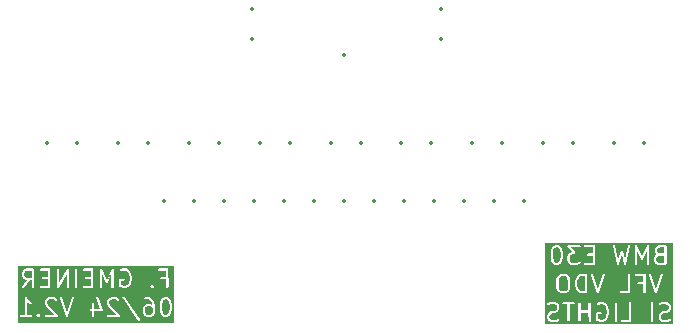
<source format=gbo>
%TF.GenerationSoftware,KiCad,Pcbnew,8.0.1*%
%TF.CreationDate,2024-06-22T15:25:24+02:00*%
%TF.ProjectId,BMW E30 VFL SI Indicator V2,424d5720-4533-4302-9056-464c20534920,rev?*%
%TF.SameCoordinates,Original*%
%TF.FileFunction,Legend,Bot*%
%TF.FilePolarity,Positive*%
%FSLAX46Y46*%
G04 Gerber Fmt 4.6, Leading zero omitted, Abs format (unit mm)*
G04 Created by KiCad (PCBNEW 8.0.1) date 2024-06-22 15:25:24*
%MOMM*%
%LPD*%
G01*
G04 APERTURE LIST*
%ADD10C,0.187500*%
%ADD11C,0.350000*%
G04 APERTURE END LIST*
D10*
G36*
X133964073Y-99320838D02*
G01*
X134015195Y-99370440D01*
X134072136Y-99481499D01*
X134073088Y-99793119D01*
X134019637Y-99902782D01*
X133970036Y-99953903D01*
X133860152Y-100010242D01*
X133618534Y-100011673D01*
X133509123Y-99958345D01*
X133458001Y-99908743D01*
X133401684Y-99798903D01*
X133400183Y-99485911D01*
X133453559Y-99376402D01*
X133503161Y-99325281D01*
X133613045Y-99268942D01*
X133854663Y-99267511D01*
X133964073Y-99320838D01*
G37*
G36*
X135321217Y-98749411D02*
G01*
X135372338Y-98799011D01*
X135432284Y-98915930D01*
X135500015Y-99180377D01*
X135501618Y-99514517D01*
X135437112Y-99779001D01*
X135376780Y-99902780D01*
X135327178Y-99953904D01*
X135217093Y-100010345D01*
X135118079Y-100011452D01*
X135009124Y-99958346D01*
X134958001Y-99908744D01*
X134898055Y-99791826D01*
X134830323Y-99527378D01*
X134828720Y-99193240D01*
X134893227Y-98928752D01*
X134953559Y-98804973D01*
X135003160Y-98753852D01*
X135113246Y-98697410D01*
X135212259Y-98696303D01*
X135321217Y-98749411D01*
G37*
G36*
X123857956Y-96881209D02*
G01*
X123600504Y-96881996D01*
X123595774Y-96880948D01*
X123589647Y-96882029D01*
X123404500Y-96882594D01*
X123294837Y-96829143D01*
X123243716Y-96779542D01*
X123187341Y-96669589D01*
X123186023Y-96499309D01*
X123239272Y-96390059D01*
X123288875Y-96338936D01*
X123398650Y-96282653D01*
X123857244Y-96281252D01*
X123857956Y-96881209D01*
G37*
G36*
X135854158Y-100721438D02*
G01*
X122620841Y-100721438D01*
X122620841Y-100122168D01*
X122787508Y-100122168D01*
X122801507Y-100155963D01*
X122827372Y-100181828D01*
X122861167Y-100195827D01*
X122879457Y-100197628D01*
X123754890Y-100195827D01*
X123788685Y-100181828D01*
X123814550Y-100155963D01*
X123828549Y-100122168D01*
X123828549Y-100085588D01*
X123814550Y-100051793D01*
X123813497Y-100050740D01*
X124216080Y-100050740D01*
X124217445Y-100054035D01*
X124230078Y-100084535D01*
X124230083Y-100084540D01*
X124241738Y-100098742D01*
X124327340Y-100181796D01*
X124327373Y-100181829D01*
X124351270Y-100191726D01*
X124361168Y-100195827D01*
X124361169Y-100195827D01*
X124397747Y-100195827D01*
X124397748Y-100195827D01*
X124407645Y-100191726D01*
X124431543Y-100181829D01*
X124445749Y-100170169D01*
X124528836Y-100084535D01*
X124542834Y-100050740D01*
X124542834Y-100035083D01*
X124542835Y-100014161D01*
X124528837Y-99980366D01*
X124517178Y-99966159D01*
X124431576Y-99883103D01*
X124431543Y-99883070D01*
X124400589Y-99870249D01*
X124397748Y-99869072D01*
X124361168Y-99869072D01*
X124358327Y-99870249D01*
X124327373Y-99883070D01*
X124313167Y-99894730D01*
X124230078Y-99980365D01*
X124216517Y-100013105D01*
X124216080Y-100014161D01*
X124216080Y-100050740D01*
X123813497Y-100050740D01*
X123788685Y-100025928D01*
X123754890Y-100011929D01*
X123736600Y-100010128D01*
X123401668Y-100010817D01*
X123400350Y-98899955D01*
X123527881Y-99025419D01*
X123536263Y-99035083D01*
X123540266Y-99037603D01*
X123541658Y-99038972D01*
X123543948Y-99039920D01*
X123551816Y-99044873D01*
X123711838Y-99122871D01*
X123748325Y-99125464D01*
X123783027Y-99113897D01*
X123810662Y-99089930D01*
X123827021Y-99057212D01*
X123829614Y-99020724D01*
X123818046Y-98986023D01*
X123794080Y-98958388D01*
X123778526Y-98948597D01*
X123657470Y-98889592D01*
X124928564Y-98889592D01*
X124930156Y-99032118D01*
X124929300Y-99044176D01*
X124930342Y-99048762D01*
X124930365Y-99050740D01*
X124931312Y-99053028D01*
X124933375Y-99062097D01*
X125001794Y-99262415D01*
X125001794Y-99265024D01*
X125006874Y-99277291D01*
X125012296Y-99293163D01*
X125014502Y-99295707D01*
X125015792Y-99298820D01*
X125027452Y-99313026D01*
X125727023Y-100010553D01*
X125004024Y-100011929D01*
X124970229Y-100025928D01*
X124944364Y-100051793D01*
X124930365Y-100085588D01*
X124930365Y-100122168D01*
X124944364Y-100155963D01*
X124970229Y-100181828D01*
X125004024Y-100195827D01*
X125022314Y-100197628D01*
X125969176Y-100195827D01*
X125988972Y-100187626D01*
X126002971Y-100181829D01*
X126028837Y-100155963D01*
X126034634Y-100141964D01*
X126042835Y-100122168D01*
X126042835Y-100085588D01*
X126034634Y-100065791D01*
X126028837Y-100051793D01*
X126017177Y-100037587D01*
X125176695Y-99199561D01*
X125115943Y-99021690D01*
X125114739Y-98913929D01*
X125167845Y-98804975D01*
X125217448Y-98753852D01*
X125327289Y-98697535D01*
X125640281Y-98696034D01*
X125749790Y-98749410D01*
X125827372Y-98824685D01*
X125861167Y-98838683D01*
X125897746Y-98838683D01*
X125931541Y-98824685D01*
X125957407Y-98798819D01*
X125971405Y-98765024D01*
X125971405Y-98728445D01*
X125957407Y-98694650D01*
X125945748Y-98680443D01*
X125878921Y-98615603D01*
X126215014Y-98615603D01*
X126219089Y-98633524D01*
X126717141Y-100122094D01*
X126717607Y-100128640D01*
X126722820Y-100139066D01*
X126726581Y-100150306D01*
X126730971Y-100155367D01*
X126733966Y-100161357D01*
X126742846Y-100169059D01*
X126750549Y-100177940D01*
X126756538Y-100180934D01*
X126761600Y-100185325D01*
X126772753Y-100189042D01*
X126783266Y-100194299D01*
X126789948Y-100194773D01*
X126796303Y-100196892D01*
X126808028Y-100196058D01*
X126819753Y-100196892D01*
X126826107Y-100194773D01*
X126832790Y-100194299D01*
X126843302Y-100189042D01*
X126854456Y-100185325D01*
X126859517Y-100180934D01*
X126865507Y-100177940D01*
X126873209Y-100169059D01*
X126882090Y-100161357D01*
X126885084Y-100155367D01*
X126889475Y-100150306D01*
X126896967Y-100133524D01*
X127066779Y-99622168D01*
X128716079Y-99622168D01*
X128730078Y-99655963D01*
X128755943Y-99681828D01*
X128789738Y-99695827D01*
X128808028Y-99697628D01*
X128929613Y-99697396D01*
X128930365Y-100122168D01*
X128944364Y-100155963D01*
X128970229Y-100181828D01*
X129004024Y-100195827D01*
X129040604Y-100195827D01*
X129074399Y-100181828D01*
X129100264Y-100155963D01*
X129114263Y-100122168D01*
X129116064Y-100103878D01*
X129115344Y-99697043D01*
X129733905Y-99695866D01*
X129748324Y-99696892D01*
X129751499Y-99695833D01*
X129754889Y-99695827D01*
X129768776Y-99690074D01*
X129783027Y-99685324D01*
X129785571Y-99683117D01*
X129788684Y-99681828D01*
X129799311Y-99671200D01*
X129810661Y-99661357D01*
X129812166Y-99658345D01*
X129814549Y-99655963D01*
X129820302Y-99642073D01*
X129827019Y-99628640D01*
X129827257Y-99625283D01*
X129828548Y-99622168D01*
X129828548Y-99607132D01*
X129829613Y-99592152D01*
X129828548Y-99587468D01*
X129828548Y-99585588D01*
X129827600Y-99583299D01*
X129825538Y-99574231D01*
X129596130Y-98889592D01*
X130214277Y-98889592D01*
X130215869Y-99032118D01*
X130215013Y-99044176D01*
X130216055Y-99048762D01*
X130216078Y-99050740D01*
X130217025Y-99053028D01*
X130219088Y-99062097D01*
X130287507Y-99262415D01*
X130287507Y-99265024D01*
X130292587Y-99277291D01*
X130298009Y-99293163D01*
X130300215Y-99295707D01*
X130301505Y-99298820D01*
X130313165Y-99313026D01*
X131012736Y-100010553D01*
X130289737Y-100011929D01*
X130255942Y-100025928D01*
X130230077Y-100051793D01*
X130216078Y-100085588D01*
X130216078Y-100122168D01*
X130230077Y-100155963D01*
X130255942Y-100181828D01*
X130289737Y-100195827D01*
X130308027Y-100197628D01*
X131254889Y-100195827D01*
X131274685Y-100187626D01*
X131288684Y-100181829D01*
X131314550Y-100155963D01*
X131320347Y-100141964D01*
X131328548Y-100122168D01*
X131328548Y-100085588D01*
X131320347Y-100065791D01*
X131314550Y-100051793D01*
X131302890Y-100037587D01*
X130462408Y-99199561D01*
X130401656Y-99021690D01*
X130400452Y-98913929D01*
X130453558Y-98804975D01*
X130503161Y-98753852D01*
X130613002Y-98697535D01*
X130925994Y-98696034D01*
X131035503Y-98749410D01*
X131113085Y-98824685D01*
X131146880Y-98838683D01*
X131183459Y-98838683D01*
X131217254Y-98824685D01*
X131243120Y-98798819D01*
X131257118Y-98765024D01*
X131257118Y-98728445D01*
X131243120Y-98694650D01*
X131231461Y-98680443D01*
X131158581Y-98609730D01*
X131151222Y-98601245D01*
X131147273Y-98598759D01*
X131145827Y-98597356D01*
X131143537Y-98596407D01*
X131135668Y-98591454D01*
X131014413Y-98532352D01*
X131499992Y-98532352D01*
X131507090Y-98568236D01*
X131515737Y-98584453D01*
X132813095Y-100527243D01*
X132843489Y-100547597D01*
X132879358Y-100554771D01*
X132915242Y-100547673D01*
X132945678Y-100527382D01*
X132966032Y-100496988D01*
X132973206Y-100461120D01*
X132966108Y-100425235D01*
X132957461Y-100409018D01*
X132324407Y-99461021D01*
X133214277Y-99461021D01*
X133215920Y-99803714D01*
X133215013Y-99806438D01*
X133216000Y-99820336D01*
X133216078Y-99836454D01*
X133217367Y-99839566D01*
X133217606Y-99842926D01*
X133224175Y-99860091D01*
X133296784Y-100001708D01*
X133301505Y-100013106D01*
X133304496Y-100016751D01*
X133305394Y-100018501D01*
X133307264Y-100020123D01*
X133313165Y-100027312D01*
X133386043Y-100098023D01*
X133393405Y-100106512D01*
X133397353Y-100108997D01*
X133398800Y-100110401D01*
X133401089Y-100111349D01*
X133408959Y-100116303D01*
X133540004Y-100180175D01*
X133541657Y-100181828D01*
X133553231Y-100186622D01*
X133568981Y-100194299D01*
X133572339Y-100194537D01*
X133575452Y-100195827D01*
X133593742Y-100197628D01*
X133865115Y-100196020D01*
X133867730Y-100196892D01*
X133881349Y-100195924D01*
X133897746Y-100195827D01*
X133900858Y-100194537D01*
X133904218Y-100194299D01*
X133921382Y-100187731D01*
X134062999Y-100115121D01*
X134074398Y-100110401D01*
X134078043Y-100107409D01*
X134079793Y-100106512D01*
X134081415Y-100104640D01*
X134088604Y-100098741D01*
X134159315Y-100025862D01*
X134167804Y-100018501D01*
X134170289Y-100014552D01*
X134171693Y-100013106D01*
X134172641Y-100010816D01*
X134177595Y-100002947D01*
X134241467Y-99871901D01*
X134243120Y-99870249D01*
X134247914Y-99858674D01*
X134255591Y-99842925D01*
X134255829Y-99839566D01*
X134257119Y-99836454D01*
X134258920Y-99818164D01*
X134257867Y-99473695D01*
X134258184Y-99472747D01*
X134257850Y-99468058D01*
X134257194Y-99253035D01*
X134258810Y-99242178D01*
X134257126Y-99230793D01*
X134257119Y-99228445D01*
X134256589Y-99227167D01*
X134256121Y-99223997D01*
X134243650Y-99175307D01*
X134642848Y-99175307D01*
X134644532Y-99526428D01*
X134642958Y-99537007D01*
X134644637Y-99548363D01*
X134644649Y-99550740D01*
X134645178Y-99552017D01*
X134645647Y-99555188D01*
X134716938Y-99833531D01*
X134717606Y-99842926D01*
X134722862Y-99856662D01*
X134723259Y-99858209D01*
X134723663Y-99858755D01*
X134724175Y-99860091D01*
X134796785Y-100001711D01*
X134801505Y-100013105D01*
X134804496Y-100016749D01*
X134805394Y-100018501D01*
X134807264Y-100020123D01*
X134813164Y-100027312D01*
X134886037Y-100098018D01*
X134893404Y-100106512D01*
X134897355Y-100108999D01*
X134898799Y-100110400D01*
X134901084Y-100111346D01*
X134908958Y-100116303D01*
X135040003Y-100180175D01*
X135041656Y-100181828D01*
X135053230Y-100186622D01*
X135068980Y-100194299D01*
X135072338Y-100194537D01*
X135075451Y-100195827D01*
X135093741Y-100197628D01*
X135222754Y-100196186D01*
X135224872Y-100196892D01*
X135237053Y-100196026D01*
X135254888Y-100195827D01*
X135258000Y-100194537D01*
X135261359Y-100194299D01*
X135278524Y-100187731D01*
X135420147Y-100115119D01*
X135431541Y-100110400D01*
X135435184Y-100107410D01*
X135436936Y-100106512D01*
X135438559Y-100104640D01*
X135445748Y-100098741D01*
X135516453Y-100025865D01*
X135524946Y-100018501D01*
X135527432Y-100014550D01*
X135528835Y-100013105D01*
X135529782Y-100010817D01*
X135534736Y-100002948D01*
X135601832Y-99865292D01*
X135607081Y-99858209D01*
X135612010Y-99844409D01*
X135612734Y-99842926D01*
X135612781Y-99842251D01*
X135613264Y-99840902D01*
X135681657Y-99560475D01*
X135685690Y-99550740D01*
X135686812Y-99539336D01*
X135687381Y-99537007D01*
X135687177Y-99535637D01*
X135687491Y-99532450D01*
X135685806Y-99181328D01*
X135687381Y-99170750D01*
X135685701Y-99159393D01*
X135685690Y-99157017D01*
X135685160Y-99155739D01*
X135684692Y-99152569D01*
X135613401Y-98874225D01*
X135612734Y-98864830D01*
X135607477Y-98851093D01*
X135607081Y-98849547D01*
X135606676Y-98849000D01*
X135606165Y-98847665D01*
X135533551Y-98706038D01*
X135528834Y-98694650D01*
X135525844Y-98691006D01*
X135524946Y-98689255D01*
X135523074Y-98687632D01*
X135517175Y-98680443D01*
X135444296Y-98609732D01*
X135436936Y-98601245D01*
X135432987Y-98598759D01*
X135431541Y-98597356D01*
X135429251Y-98596407D01*
X135421382Y-98591454D01*
X135290334Y-98527579D01*
X135288683Y-98525928D01*
X135277114Y-98521135D01*
X135261360Y-98513457D01*
X135258000Y-98513218D01*
X135254888Y-98511929D01*
X135236598Y-98510128D01*
X135107583Y-98511569D01*
X135105466Y-98510864D01*
X135093284Y-98511729D01*
X135075451Y-98511929D01*
X135072338Y-98513218D01*
X135068979Y-98513457D01*
X135051814Y-98520026D01*
X134910187Y-98592639D01*
X134898799Y-98597357D01*
X134895155Y-98600346D01*
X134893404Y-98601245D01*
X134891781Y-98603116D01*
X134884592Y-98609016D01*
X134813879Y-98681895D01*
X134805394Y-98689255D01*
X134802908Y-98693203D01*
X134801505Y-98694650D01*
X134800556Y-98696939D01*
X134795603Y-98704809D01*
X134728507Y-98842463D01*
X134723259Y-98849547D01*
X134718330Y-98863344D01*
X134717606Y-98864830D01*
X134717557Y-98865505D01*
X134717076Y-98866855D01*
X134648681Y-99147281D01*
X134644649Y-99157017D01*
X134643526Y-99168420D01*
X134642958Y-99170750D01*
X134643161Y-99172119D01*
X134642848Y-99175307D01*
X134243650Y-99175307D01*
X134183083Y-98938831D01*
X134180394Y-98925236D01*
X134178868Y-98922374D01*
X134178510Y-98920976D01*
X134177129Y-98919112D01*
X134171747Y-98909018D01*
X134032045Y-98702401D01*
X134028835Y-98694650D01*
X134017304Y-98680599D01*
X134017246Y-98680513D01*
X134017218Y-98680494D01*
X134017176Y-98680443D01*
X133944299Y-98609735D01*
X133936936Y-98601245D01*
X133932984Y-98598757D01*
X133931540Y-98597356D01*
X133929253Y-98596408D01*
X133921382Y-98591454D01*
X133790335Y-98527579D01*
X133788684Y-98525928D01*
X133777114Y-98521135D01*
X133761361Y-98513457D01*
X133758001Y-98513218D01*
X133754889Y-98511929D01*
X133736599Y-98510128D01*
X133432595Y-98511929D01*
X133398800Y-98525928D01*
X133372935Y-98551793D01*
X133358936Y-98585588D01*
X133358936Y-98622168D01*
X133372935Y-98655963D01*
X133398800Y-98681828D01*
X133432595Y-98695827D01*
X133450885Y-98697628D01*
X133711807Y-98696082D01*
X133821215Y-98749409D01*
X133874449Y-98801059D01*
X134005725Y-98995215D01*
X134046447Y-99154210D01*
X133933192Y-99099008D01*
X133931541Y-99097357D01*
X133919972Y-99092565D01*
X133904218Y-99084886D01*
X133900858Y-99084647D01*
X133897746Y-99083358D01*
X133879456Y-99081557D01*
X133608083Y-99083164D01*
X133605468Y-99082293D01*
X133591848Y-99083260D01*
X133575452Y-99083358D01*
X133572339Y-99084647D01*
X133568981Y-99084886D01*
X133551816Y-99091454D01*
X133410198Y-99164063D01*
X133398800Y-99168784D01*
X133395154Y-99171775D01*
X133393405Y-99172673D01*
X133391782Y-99174543D01*
X133384594Y-99180444D01*
X133313880Y-99253323D01*
X133305394Y-99260684D01*
X133302908Y-99264632D01*
X133301505Y-99266079D01*
X133300556Y-99268368D01*
X133295603Y-99276238D01*
X133231728Y-99407284D01*
X133230077Y-99408936D01*
X133225284Y-99420505D01*
X133217606Y-99436259D01*
X133217367Y-99439618D01*
X133216078Y-99442731D01*
X133214277Y-99461021D01*
X132324407Y-99461021D01*
X131660103Y-98466228D01*
X131629709Y-98445874D01*
X131593840Y-98438700D01*
X131557956Y-98445798D01*
X131527520Y-98466089D01*
X131507166Y-98496483D01*
X131499992Y-98532352D01*
X131014413Y-98532352D01*
X131004621Y-98527579D01*
X131002970Y-98525928D01*
X130991400Y-98521135D01*
X130975647Y-98513457D01*
X130972287Y-98513218D01*
X130969175Y-98511929D01*
X130950885Y-98510128D01*
X130608190Y-98511771D01*
X130605467Y-98510864D01*
X130591568Y-98511851D01*
X130575452Y-98511929D01*
X130572339Y-98513218D01*
X130568980Y-98513457D01*
X130551815Y-98520026D01*
X130410194Y-98592636D01*
X130398801Y-98597356D01*
X130395156Y-98600347D01*
X130393405Y-98601245D01*
X130391782Y-98603115D01*
X130384594Y-98609015D01*
X130313886Y-98681890D01*
X130305394Y-98689255D01*
X130302906Y-98693206D01*
X130301506Y-98694650D01*
X130300559Y-98696935D01*
X130295603Y-98704809D01*
X130231728Y-98835855D01*
X130230077Y-98837507D01*
X130225284Y-98849076D01*
X130217606Y-98864830D01*
X130217367Y-98868189D01*
X130216078Y-98871302D01*
X130214277Y-98889592D01*
X129596130Y-98889592D01*
X129460903Y-98486022D01*
X129436935Y-98458388D01*
X129404218Y-98442029D01*
X129367731Y-98439436D01*
X129333028Y-98451003D01*
X129305394Y-98474971D01*
X129289035Y-98507688D01*
X129286442Y-98544175D01*
X129290517Y-98562096D01*
X129608263Y-99510372D01*
X129115015Y-99511310D01*
X129114263Y-99085588D01*
X129100264Y-99051793D01*
X129074399Y-99025928D01*
X129040604Y-99011929D01*
X129004024Y-99011929D01*
X128970229Y-99025928D01*
X128944364Y-99051793D01*
X128930365Y-99085588D01*
X128928564Y-99103878D01*
X128929285Y-99511663D01*
X128789738Y-99511929D01*
X128755943Y-99525928D01*
X128730078Y-99551793D01*
X128716079Y-99585588D01*
X128716079Y-99622168D01*
X127066779Y-99622168D01*
X127401042Y-98615603D01*
X127398449Y-98579116D01*
X127382090Y-98546399D01*
X127354456Y-98522431D01*
X127319753Y-98510864D01*
X127283266Y-98513457D01*
X127250549Y-98529816D01*
X127226581Y-98557450D01*
X127219089Y-98574231D01*
X126808635Y-99810229D01*
X126389475Y-98557450D01*
X126365507Y-98529816D01*
X126332790Y-98513457D01*
X126296303Y-98510864D01*
X126261600Y-98522431D01*
X126233966Y-98546399D01*
X126217607Y-98579116D01*
X126215014Y-98615603D01*
X125878921Y-98615603D01*
X125872868Y-98609730D01*
X125865509Y-98601245D01*
X125861560Y-98598759D01*
X125860114Y-98597356D01*
X125857824Y-98596407D01*
X125849955Y-98591454D01*
X125718908Y-98527579D01*
X125717257Y-98525928D01*
X125705687Y-98521135D01*
X125689934Y-98513457D01*
X125686574Y-98513218D01*
X125683462Y-98511929D01*
X125665172Y-98510128D01*
X125322477Y-98511771D01*
X125319754Y-98510864D01*
X125305855Y-98511851D01*
X125289739Y-98511929D01*
X125286626Y-98513218D01*
X125283267Y-98513457D01*
X125266102Y-98520026D01*
X125124481Y-98592636D01*
X125113088Y-98597356D01*
X125109443Y-98600347D01*
X125107692Y-98601245D01*
X125106069Y-98603115D01*
X125098881Y-98609015D01*
X125028173Y-98681890D01*
X125019681Y-98689255D01*
X125017193Y-98693206D01*
X125015793Y-98694650D01*
X125014846Y-98696935D01*
X125009890Y-98704809D01*
X124946015Y-98835855D01*
X124944364Y-98837507D01*
X124939571Y-98849076D01*
X124931893Y-98864830D01*
X124931654Y-98868189D01*
X124930365Y-98871302D01*
X124928564Y-98889592D01*
X123657470Y-98889592D01*
X123652201Y-98887024D01*
X123527985Y-98764822D01*
X123389190Y-98559545D01*
X123385979Y-98551793D01*
X123379709Y-98545523D01*
X123374390Y-98537656D01*
X123366676Y-98532490D01*
X123360114Y-98525928D01*
X123351627Y-98522412D01*
X123343996Y-98517302D01*
X123334896Y-98515481D01*
X123326319Y-98511929D01*
X123317132Y-98511929D01*
X123308128Y-98510128D01*
X123299023Y-98511929D01*
X123289739Y-98511929D01*
X123281254Y-98515443D01*
X123272243Y-98517226D01*
X123264516Y-98522376D01*
X123255944Y-98525928D01*
X123249451Y-98532420D01*
X123241807Y-98537517D01*
X123236641Y-98545230D01*
X123230079Y-98551793D01*
X123226563Y-98560279D01*
X123221453Y-98567911D01*
X123219632Y-98577010D01*
X123216080Y-98585588D01*
X123214298Y-98603682D01*
X123214279Y-98603779D01*
X123214285Y-98603811D01*
X123214279Y-98603878D01*
X123215948Y-100011199D01*
X122861167Y-100011929D01*
X122827372Y-100025928D01*
X122801507Y-100051793D01*
X122787508Y-100085588D01*
X122787508Y-100122168D01*
X122620841Y-100122168D01*
X122620841Y-96474676D01*
X122999992Y-96474676D01*
X123001541Y-96674795D01*
X123000728Y-96677236D01*
X123001662Y-96690384D01*
X123001793Y-96707252D01*
X123003082Y-96710364D01*
X123003321Y-96713724D01*
X123009889Y-96730888D01*
X123082498Y-96872505D01*
X123087219Y-96883904D01*
X123090210Y-96887549D01*
X123091108Y-96889299D01*
X123092979Y-96890921D01*
X123098879Y-96898110D01*
X123171757Y-96968821D01*
X123179119Y-96977310D01*
X123183067Y-96979795D01*
X123184514Y-96981199D01*
X123186803Y-96982147D01*
X123194673Y-96987101D01*
X123325718Y-97050973D01*
X123327371Y-97052626D01*
X123338945Y-97057420D01*
X123354695Y-97065097D01*
X123358053Y-97065335D01*
X123361166Y-97066625D01*
X123379456Y-97068426D01*
X123414198Y-97068319D01*
X123007926Y-97651216D01*
X123000014Y-97686930D01*
X123006371Y-97722952D01*
X123026029Y-97753801D01*
X123055996Y-97774778D01*
X123091710Y-97782690D01*
X123127732Y-97776333D01*
X123158581Y-97756675D01*
X123170545Y-97742724D01*
X123641080Y-97067626D01*
X123858176Y-97066963D01*
X123858936Y-97707252D01*
X123872935Y-97741047D01*
X123898800Y-97766912D01*
X123932595Y-97780911D01*
X123969175Y-97780911D01*
X124002970Y-97766912D01*
X124028835Y-97741047D01*
X124042834Y-97707252D01*
X124501793Y-97707252D01*
X124515792Y-97741047D01*
X124541657Y-97766912D01*
X124575452Y-97780911D01*
X124593742Y-97782712D01*
X125326318Y-97780911D01*
X125360113Y-97766912D01*
X125385978Y-97741047D01*
X125399977Y-97707252D01*
X125399977Y-97707251D01*
X125401778Y-97688962D01*
X125399999Y-96188962D01*
X125928564Y-96188962D01*
X125930336Y-97683367D01*
X125928793Y-97695510D01*
X125930357Y-97701247D01*
X125930365Y-97707252D01*
X125935138Y-97718775D01*
X125938418Y-97730800D01*
X125942076Y-97735524D01*
X125944364Y-97741047D01*
X125953178Y-97749861D01*
X125960814Y-97759722D01*
X125966005Y-97762688D01*
X125970229Y-97766912D01*
X125981748Y-97771683D01*
X125992575Y-97777870D01*
X125998501Y-97778623D01*
X126004024Y-97780911D01*
X126016496Y-97780911D01*
X126028862Y-97782483D01*
X126034626Y-97780911D01*
X126040604Y-97780911D01*
X126052127Y-97776137D01*
X126064152Y-97772858D01*
X126068876Y-97769199D01*
X126074399Y-97766912D01*
X126083213Y-97758097D01*
X126093074Y-97750462D01*
X126098516Y-97742794D01*
X126100264Y-97741047D01*
X126100974Y-97739331D01*
X126103712Y-97735475D01*
X126786121Y-96538393D01*
X126787508Y-97707252D01*
X126801507Y-97741047D01*
X126827372Y-97766912D01*
X126861167Y-97780911D01*
X126897747Y-97780911D01*
X126931542Y-97766912D01*
X126957407Y-97741047D01*
X126971406Y-97707252D01*
X126973207Y-97688962D01*
X126971434Y-96194558D01*
X126972145Y-96188962D01*
X127499993Y-96188962D01*
X127501794Y-97707252D01*
X127515793Y-97741047D01*
X127541658Y-97766912D01*
X127575453Y-97780911D01*
X127612033Y-97780911D01*
X127645828Y-97766912D01*
X127671693Y-97741047D01*
X127685692Y-97707252D01*
X128144651Y-97707252D01*
X128158650Y-97741047D01*
X128184515Y-97766912D01*
X128218310Y-97780911D01*
X128236600Y-97782712D01*
X128969176Y-97780911D01*
X129002971Y-97766912D01*
X129028836Y-97741047D01*
X129042835Y-97707252D01*
X129042835Y-97707251D01*
X129044636Y-97688962D01*
X129042857Y-96188962D01*
X129571422Y-96188962D01*
X129573223Y-97707252D01*
X129587222Y-97741047D01*
X129613087Y-97766912D01*
X129646882Y-97780911D01*
X129683462Y-97780911D01*
X129717257Y-97766912D01*
X129743122Y-97741047D01*
X129757121Y-97707252D01*
X129758922Y-97688962D01*
X129757638Y-96607313D01*
X130080271Y-97295970D01*
X130085010Y-97309002D01*
X130087807Y-97312056D01*
X130089584Y-97315849D01*
X130100093Y-97325473D01*
X130109714Y-97335979D01*
X130113488Y-97337740D01*
X130116561Y-97340554D01*
X130129950Y-97345422D01*
X130142862Y-97351448D01*
X130147024Y-97351630D01*
X130150938Y-97353054D01*
X130165176Y-97352428D01*
X130179407Y-97353054D01*
X130183317Y-97351631D01*
X130187482Y-97351449D01*
X130200404Y-97345418D01*
X130213783Y-97340553D01*
X130216852Y-97337741D01*
X130220630Y-97335979D01*
X130230254Y-97325469D01*
X130240760Y-97315849D01*
X130243865Y-97310607D01*
X130245335Y-97309002D01*
X130246160Y-97306732D01*
X130250127Y-97300036D01*
X130571918Y-96607773D01*
X130573223Y-97707252D01*
X130587222Y-97741047D01*
X130613087Y-97766912D01*
X130646882Y-97780911D01*
X130683462Y-97780911D01*
X130717257Y-97766912D01*
X130743122Y-97741047D01*
X130757121Y-97707252D01*
X130758922Y-97688962D01*
X130758159Y-97046105D01*
X131214279Y-97046105D01*
X131216080Y-97564394D01*
X131230078Y-97598189D01*
X131241737Y-97612396D01*
X131304567Y-97673357D01*
X131305395Y-97675013D01*
X131313676Y-97682195D01*
X131327372Y-97695484D01*
X131330482Y-97696772D01*
X131333029Y-97698981D01*
X131349811Y-97706473D01*
X131563445Y-97775937D01*
X131575453Y-97780911D01*
X131580171Y-97781375D01*
X131582018Y-97781976D01*
X131584486Y-97781800D01*
X131593743Y-97782712D01*
X131736267Y-97781119D01*
X131748325Y-97781976D01*
X131752911Y-97780933D01*
X131754890Y-97780911D01*
X131757179Y-97779962D01*
X131766246Y-97777901D01*
X131966565Y-97709483D01*
X131969176Y-97709483D01*
X131981447Y-97704400D01*
X131997314Y-97698981D01*
X131999858Y-97696774D01*
X132002971Y-97695485D01*
X132017177Y-97683825D01*
X132064399Y-97635824D01*
X133858937Y-97635824D01*
X133859861Y-97638054D01*
X133872935Y-97669619D01*
X133872940Y-97669624D01*
X133884595Y-97683826D01*
X133970197Y-97766880D01*
X133970230Y-97766913D01*
X133989219Y-97774778D01*
X134004025Y-97780911D01*
X134004026Y-97780911D01*
X134040604Y-97780911D01*
X134040605Y-97780911D01*
X134055411Y-97774778D01*
X134074400Y-97766913D01*
X134088606Y-97755253D01*
X134171693Y-97669619D01*
X134185691Y-97635824D01*
X134185691Y-97622670D01*
X134185692Y-97599245D01*
X134171694Y-97565450D01*
X134160035Y-97551243D01*
X134074433Y-97468187D01*
X134074400Y-97468154D01*
X134045988Y-97456386D01*
X134040605Y-97454156D01*
X134004025Y-97454156D01*
X133998642Y-97456386D01*
X133970230Y-97468154D01*
X133956024Y-97479814D01*
X133872935Y-97565449D01*
X133859374Y-97598189D01*
X133858937Y-97599245D01*
X133858937Y-97635824D01*
X132064399Y-97635824D01*
X132158141Y-97540536D01*
X132167805Y-97532156D01*
X132170325Y-97528152D01*
X132171694Y-97526761D01*
X132172642Y-97524470D01*
X132177595Y-97516603D01*
X132244691Y-97378947D01*
X132249940Y-97371864D01*
X132254869Y-97358064D01*
X132255593Y-97356581D01*
X132255640Y-97355906D01*
X132256123Y-97354557D01*
X132324516Y-97074130D01*
X132328549Y-97064395D01*
X132329671Y-97052991D01*
X132330240Y-97050662D01*
X132330036Y-97049292D01*
X132330350Y-97046105D01*
X132328733Y-96837382D01*
X132330240Y-96827262D01*
X132328567Y-96815955D01*
X132328549Y-96813529D01*
X132328019Y-96812251D01*
X132327551Y-96809081D01*
X132256260Y-96530738D01*
X132255593Y-96521343D01*
X132250336Y-96507606D01*
X132249940Y-96506060D01*
X132249535Y-96505513D01*
X132249024Y-96504178D01*
X132176413Y-96362558D01*
X132171694Y-96351163D01*
X132168702Y-96347517D01*
X132167805Y-96345768D01*
X132165934Y-96344145D01*
X132160034Y-96336957D01*
X132028192Y-96207252D01*
X134501794Y-96207252D01*
X134515793Y-96241047D01*
X134541658Y-96266912D01*
X134575453Y-96280911D01*
X134593743Y-96282712D01*
X135214388Y-96281186D01*
X135215015Y-96809821D01*
X134789739Y-96811299D01*
X134755944Y-96825298D01*
X134730079Y-96851163D01*
X134716080Y-96884958D01*
X134716080Y-96921538D01*
X134730079Y-96955333D01*
X134755944Y-96981198D01*
X134789739Y-96995197D01*
X134808029Y-96996998D01*
X135215235Y-96995583D01*
X135216080Y-97707252D01*
X135230079Y-97741047D01*
X135255944Y-97766912D01*
X135289739Y-97780911D01*
X135326319Y-97780911D01*
X135360114Y-97766912D01*
X135385979Y-97741047D01*
X135399978Y-97707252D01*
X135401779Y-97688962D01*
X135399978Y-96170672D01*
X135385979Y-96136877D01*
X135360114Y-96111012D01*
X135326319Y-96097013D01*
X135308029Y-96095212D01*
X134575453Y-96097013D01*
X134541658Y-96111012D01*
X134515793Y-96136877D01*
X134501794Y-96170672D01*
X134501794Y-96207252D01*
X132028192Y-96207252D01*
X132026078Y-96205172D01*
X132024948Y-96202912D01*
X132015083Y-96194356D01*
X132002971Y-96182440D01*
X131999858Y-96181150D01*
X131997314Y-96178944D01*
X131980532Y-96171452D01*
X131766895Y-96101985D01*
X131754890Y-96097013D01*
X131750172Y-96096548D01*
X131748326Y-96095948D01*
X131745856Y-96096123D01*
X131736600Y-96095212D01*
X131536481Y-96096761D01*
X131534041Y-96095948D01*
X131520892Y-96096882D01*
X131504025Y-96097013D01*
X131500912Y-96098302D01*
X131497553Y-96098541D01*
X131480389Y-96105109D01*
X131321977Y-96186329D01*
X131298010Y-96213964D01*
X131286443Y-96248665D01*
X131289036Y-96285153D01*
X131305395Y-96317871D01*
X131333030Y-96341838D01*
X131367731Y-96353405D01*
X131404219Y-96350812D01*
X131421383Y-96344244D01*
X131541687Y-96282561D01*
X131717110Y-96281203D01*
X131898230Y-96340096D01*
X132014827Y-96454803D01*
X132075143Y-96572442D01*
X132142889Y-96836950D01*
X132144373Y-97028596D01*
X132079971Y-97292656D01*
X132019746Y-97416216D01*
X131903094Y-97534792D01*
X131725841Y-97595332D01*
X131612846Y-97596595D01*
X131431828Y-97537736D01*
X131401648Y-97508453D01*
X131400365Y-97139307D01*
X131612033Y-97138054D01*
X131645828Y-97124055D01*
X131671693Y-97098190D01*
X131685692Y-97064395D01*
X131685692Y-97027815D01*
X131671693Y-96994020D01*
X131645828Y-96968155D01*
X131612033Y-96954156D01*
X131593743Y-96952355D01*
X131289739Y-96954156D01*
X131255944Y-96968155D01*
X131230079Y-96994020D01*
X131216080Y-97027815D01*
X131214279Y-97046105D01*
X130758159Y-97046105D01*
X130757144Y-96190440D01*
X130757835Y-96174727D01*
X130757123Y-96172770D01*
X130757121Y-96170672D01*
X130750896Y-96155644D01*
X130745335Y-96140351D01*
X130743921Y-96138807D01*
X130743122Y-96136877D01*
X130731623Y-96125378D01*
X130720630Y-96113374D01*
X130718734Y-96112489D01*
X130717257Y-96111012D01*
X130702239Y-96104791D01*
X130687482Y-96097904D01*
X130685391Y-96097812D01*
X130683462Y-96097013D01*
X130667195Y-96097013D01*
X130650938Y-96096299D01*
X130648974Y-96097013D01*
X130646882Y-96097013D01*
X130631851Y-96103239D01*
X130616561Y-96108799D01*
X130615017Y-96110212D01*
X130613087Y-96111012D01*
X130601588Y-96122510D01*
X130589584Y-96133504D01*
X130588114Y-96135984D01*
X130587222Y-96136877D01*
X130586376Y-96138919D01*
X130580217Y-96149316D01*
X130165821Y-97040795D01*
X129749089Y-96151284D01*
X129743122Y-96136877D01*
X129741651Y-96135406D01*
X129740760Y-96133504D01*
X129728760Y-96122515D01*
X129717257Y-96111012D01*
X129715324Y-96110211D01*
X129713783Y-96108800D01*
X129698500Y-96103242D01*
X129683462Y-96097013D01*
X129681370Y-96097013D01*
X129679407Y-96096299D01*
X129663160Y-96097013D01*
X129646882Y-96097013D01*
X129644950Y-96097813D01*
X129642862Y-96097905D01*
X129628114Y-96104786D01*
X129613087Y-96111012D01*
X129611609Y-96112489D01*
X129609714Y-96113374D01*
X129598725Y-96125373D01*
X129587222Y-96136877D01*
X129586421Y-96138809D01*
X129585010Y-96140351D01*
X129579452Y-96155633D01*
X129573223Y-96170672D01*
X129572940Y-96173540D01*
X129572509Y-96174727D01*
X129572606Y-96176936D01*
X129571422Y-96188962D01*
X129042857Y-96188962D01*
X129042835Y-96170672D01*
X129028836Y-96136877D01*
X129002971Y-96111012D01*
X128969176Y-96097013D01*
X128950886Y-96095212D01*
X128218310Y-96097013D01*
X128184515Y-96111012D01*
X128158650Y-96136877D01*
X128144651Y-96170672D01*
X128144651Y-96207252D01*
X128158650Y-96241047D01*
X128184515Y-96266912D01*
X128218310Y-96280911D01*
X128236600Y-96282712D01*
X128857245Y-96281186D01*
X128857872Y-96809821D01*
X128432596Y-96811299D01*
X128398801Y-96825298D01*
X128372936Y-96851163D01*
X128358937Y-96884958D01*
X128358937Y-96921538D01*
X128372936Y-96955333D01*
X128398801Y-96981198D01*
X128432596Y-96995197D01*
X128450886Y-96996998D01*
X128858092Y-96995583D01*
X128858804Y-97595438D01*
X128218310Y-97597013D01*
X128184515Y-97611012D01*
X128158650Y-97636877D01*
X128144651Y-97670672D01*
X128144651Y-97707252D01*
X127685692Y-97707252D01*
X127687493Y-97688962D01*
X127685692Y-96170672D01*
X127671693Y-96136877D01*
X127645828Y-96111012D01*
X127612033Y-96097013D01*
X127575453Y-96097013D01*
X127541658Y-96111012D01*
X127515793Y-96136877D01*
X127501794Y-96170672D01*
X127499993Y-96188962D01*
X126972145Y-96188962D01*
X126972978Y-96182413D01*
X126971413Y-96176674D01*
X126971406Y-96170672D01*
X126966634Y-96159153D01*
X126963354Y-96147124D01*
X126959693Y-96142397D01*
X126957407Y-96136877D01*
X126948594Y-96128064D01*
X126940957Y-96118202D01*
X126935765Y-96115235D01*
X126931542Y-96111012D01*
X126920027Y-96106242D01*
X126909196Y-96100053D01*
X126903266Y-96099299D01*
X126897747Y-96097013D01*
X126885277Y-96097013D01*
X126872909Y-96095441D01*
X126867145Y-96097013D01*
X126861167Y-96097013D01*
X126849647Y-96101784D01*
X126837619Y-96105065D01*
X126832892Y-96108725D01*
X126827372Y-96111012D01*
X126818559Y-96119824D01*
X126808697Y-96127462D01*
X126803254Y-96135129D01*
X126801507Y-96136877D01*
X126800796Y-96138592D01*
X126798059Y-96142449D01*
X126115649Y-97339531D01*
X126114263Y-96170672D01*
X126100264Y-96136877D01*
X126074399Y-96111012D01*
X126040604Y-96097013D01*
X126004024Y-96097013D01*
X125970229Y-96111012D01*
X125944364Y-96136877D01*
X125930365Y-96170672D01*
X125928564Y-96188962D01*
X125399999Y-96188962D01*
X125399977Y-96170672D01*
X125385978Y-96136877D01*
X125360113Y-96111012D01*
X125326318Y-96097013D01*
X125308028Y-96095212D01*
X124575452Y-96097013D01*
X124541657Y-96111012D01*
X124515792Y-96136877D01*
X124501793Y-96170672D01*
X124501793Y-96207252D01*
X124515792Y-96241047D01*
X124541657Y-96266912D01*
X124575452Y-96280911D01*
X124593742Y-96282712D01*
X125214387Y-96281186D01*
X125215014Y-96809821D01*
X124789738Y-96811299D01*
X124755943Y-96825298D01*
X124730078Y-96851163D01*
X124716079Y-96884958D01*
X124716079Y-96921538D01*
X124730078Y-96955333D01*
X124755943Y-96981198D01*
X124789738Y-96995197D01*
X124808028Y-96996998D01*
X125215234Y-96995583D01*
X125215946Y-97595438D01*
X124575452Y-97597013D01*
X124541657Y-97611012D01*
X124515792Y-97636877D01*
X124501793Y-97670672D01*
X124501793Y-97707252D01*
X124042834Y-97707252D01*
X124044635Y-97688962D01*
X124042834Y-96170672D01*
X124028835Y-96136877D01*
X124002970Y-96111012D01*
X123969175Y-96097013D01*
X123950885Y-96095212D01*
X123394074Y-96096912D01*
X123391181Y-96095948D01*
X123376869Y-96096965D01*
X123361166Y-96097013D01*
X123358053Y-96098302D01*
X123354694Y-96098541D01*
X123337529Y-96105110D01*
X123195908Y-96177720D01*
X123184515Y-96182440D01*
X123180870Y-96185431D01*
X123179119Y-96186329D01*
X123177496Y-96188199D01*
X123170308Y-96194099D01*
X123099603Y-96266970D01*
X123091108Y-96274339D01*
X123088620Y-96278290D01*
X123087220Y-96279734D01*
X123086273Y-96282019D01*
X123081317Y-96289893D01*
X123017443Y-96420939D01*
X123015792Y-96422591D01*
X123011000Y-96434159D01*
X123003321Y-96449914D01*
X123003082Y-96453273D01*
X123001793Y-96456386D01*
X122999992Y-96474676D01*
X122620841Y-96474676D01*
X122620841Y-95928545D01*
X135854158Y-95928545D01*
X135854158Y-100721438D01*
G37*
G36*
X169066114Y-96766188D02*
G01*
X169182290Y-96880481D01*
X169245124Y-97125806D01*
X169246781Y-97602635D01*
X169184793Y-97856797D01*
X169073015Y-97970418D01*
X168962411Y-98027126D01*
X168720792Y-98028557D01*
X168611600Y-97975336D01*
X168495424Y-97861042D01*
X168432589Y-97615717D01*
X168430932Y-97138889D01*
X168492921Y-96884724D01*
X168604698Y-96771106D01*
X168715303Y-96714397D01*
X168956921Y-96712966D01*
X169066114Y-96766188D01*
G37*
G36*
X170675347Y-98027453D02*
G01*
X170430112Y-98028630D01*
X170248655Y-97969628D01*
X170132058Y-97854920D01*
X170071742Y-97737281D01*
X170003996Y-97472773D01*
X170002512Y-97281128D01*
X170066914Y-97017065D01*
X170127139Y-96893506D01*
X170243791Y-96774932D01*
X170420841Y-96714461D01*
X170673788Y-96713247D01*
X170675347Y-98027453D01*
G37*
G36*
X168423475Y-94351379D02*
G01*
X168474596Y-94400979D01*
X168534542Y-94517898D01*
X168602273Y-94782345D01*
X168603876Y-95116485D01*
X168539370Y-95380969D01*
X168479038Y-95504748D01*
X168429436Y-95555872D01*
X168319351Y-95612313D01*
X168220337Y-95613420D01*
X168111382Y-95560314D01*
X168060259Y-95510712D01*
X168000313Y-95393794D01*
X167932581Y-95129346D01*
X167930978Y-94795208D01*
X167995485Y-94530720D01*
X168055817Y-94406941D01*
X168105418Y-94355820D01*
X168215504Y-94299378D01*
X168314517Y-94298271D01*
X168423475Y-94351379D01*
G37*
G36*
X177389632Y-95612377D02*
G01*
X176935329Y-95613764D01*
X176825666Y-95560313D01*
X176774545Y-95510712D01*
X176718170Y-95400759D01*
X176716852Y-95230479D01*
X176770102Y-95121228D01*
X176815839Y-95074089D01*
X176992227Y-95013845D01*
X177388920Y-95012467D01*
X177389632Y-95612377D01*
G37*
G36*
X177388700Y-94826705D02*
G01*
X177006721Y-94828032D01*
X176897097Y-94774599D01*
X176845973Y-94724997D01*
X176789531Y-94614912D01*
X176788424Y-94515897D01*
X176841530Y-94406943D01*
X176891133Y-94355820D01*
X177000924Y-94299529D01*
X177388073Y-94298183D01*
X177388700Y-94826705D01*
G37*
G36*
X178099273Y-100796095D02*
G01*
X167292724Y-100796095D01*
X167292724Y-100107107D01*
X167459391Y-100107107D01*
X167460832Y-100236120D01*
X167460127Y-100238238D01*
X167460992Y-100250419D01*
X167461192Y-100268254D01*
X167462481Y-100271366D01*
X167462720Y-100274726D01*
X167469289Y-100291891D01*
X167541898Y-100433508D01*
X167546619Y-100444906D01*
X167549610Y-100448551D01*
X167550508Y-100450301D01*
X167552378Y-100451923D01*
X167558279Y-100459112D01*
X167631157Y-100529823D01*
X167638519Y-100538312D01*
X167642467Y-100540797D01*
X167643914Y-100542201D01*
X167646203Y-100543149D01*
X167654073Y-100548103D01*
X167785118Y-100611975D01*
X167786771Y-100613628D01*
X167798345Y-100618422D01*
X167814095Y-100626099D01*
X167817453Y-100626337D01*
X167820566Y-100627627D01*
X167838856Y-100629428D01*
X168194100Y-100627723D01*
X168207724Y-100628692D01*
X168212367Y-100627636D01*
X168214289Y-100627627D01*
X168216578Y-100626678D01*
X168225645Y-100624617D01*
X168456712Y-100545697D01*
X168484346Y-100521729D01*
X168500704Y-100489012D01*
X168503298Y-100452525D01*
X168491731Y-100417822D01*
X168467763Y-100390188D01*
X168435046Y-100373829D01*
X168398559Y-100371236D01*
X168380638Y-100375311D01*
X168185444Y-100441978D01*
X167863746Y-100443521D01*
X167754237Y-100390145D01*
X167703115Y-100340543D01*
X167646673Y-100230458D01*
X167645566Y-100131444D01*
X167698673Y-100022488D01*
X167748276Y-99971366D01*
X167865193Y-99911420D01*
X168139936Y-99841052D01*
X168149332Y-99840385D01*
X168163068Y-99835128D01*
X168164615Y-99834732D01*
X168165161Y-99834327D01*
X168166497Y-99833816D01*
X168308117Y-99761205D01*
X168319511Y-99756486D01*
X168323155Y-99753494D01*
X168324907Y-99752597D01*
X168326529Y-99750726D01*
X168333718Y-99744827D01*
X168404424Y-99671953D01*
X168412918Y-99664587D01*
X168415405Y-99660635D01*
X168416806Y-99659192D01*
X168417752Y-99656906D01*
X168422709Y-99649033D01*
X168486581Y-99517987D01*
X168488234Y-99516335D01*
X168493028Y-99504760D01*
X168500705Y-99489011D01*
X168500943Y-99485652D01*
X168502233Y-99482540D01*
X168504034Y-99464250D01*
X168502592Y-99335235D01*
X168503298Y-99333118D01*
X168502432Y-99320936D01*
X168502233Y-99303102D01*
X168500943Y-99299989D01*
X168500705Y-99296631D01*
X168494137Y-99279466D01*
X168421523Y-99137839D01*
X168416806Y-99126450D01*
X168413816Y-99122806D01*
X168412918Y-99121055D01*
X168411046Y-99119432D01*
X168405147Y-99112243D01*
X168345084Y-99053968D01*
X168746907Y-99053968D01*
X168760906Y-99087763D01*
X168786771Y-99113628D01*
X168820566Y-99127627D01*
X168838856Y-99129428D01*
X169173787Y-99128738D01*
X169175478Y-100553968D01*
X169189477Y-100587763D01*
X169215342Y-100613628D01*
X169249137Y-100627627D01*
X169285717Y-100627627D01*
X169319512Y-100613628D01*
X169345377Y-100587763D01*
X169359376Y-100553968D01*
X169361177Y-100535678D01*
X169359507Y-99128356D01*
X169714288Y-99127627D01*
X169748083Y-99113628D01*
X169773948Y-99087763D01*
X169787947Y-99053968D01*
X169787947Y-99035678D01*
X170102249Y-99035678D01*
X170104050Y-100553968D01*
X170118049Y-100587763D01*
X170143914Y-100613628D01*
X170177709Y-100627627D01*
X170214289Y-100627627D01*
X170248084Y-100613628D01*
X170273949Y-100587763D01*
X170287948Y-100553968D01*
X170289749Y-100535678D01*
X170288927Y-99843522D01*
X170960348Y-99842141D01*
X170961193Y-100553968D01*
X170975192Y-100587763D01*
X171001057Y-100613628D01*
X171034852Y-100627627D01*
X171071432Y-100627627D01*
X171105227Y-100613628D01*
X171131092Y-100587763D01*
X171145091Y-100553968D01*
X171146892Y-100535678D01*
X171146129Y-99892821D01*
X171602249Y-99892821D01*
X171604050Y-100411110D01*
X171618048Y-100444905D01*
X171629707Y-100459112D01*
X171692537Y-100520073D01*
X171693365Y-100521729D01*
X171701646Y-100528911D01*
X171715342Y-100542200D01*
X171718452Y-100543488D01*
X171720999Y-100545697D01*
X171737781Y-100553189D01*
X171951415Y-100622653D01*
X171963423Y-100627627D01*
X171968141Y-100628091D01*
X171969988Y-100628692D01*
X171972456Y-100628516D01*
X171981713Y-100629428D01*
X172124237Y-100627835D01*
X172136295Y-100628692D01*
X172140881Y-100627649D01*
X172142860Y-100627627D01*
X172145149Y-100626678D01*
X172154216Y-100624617D01*
X172354535Y-100556199D01*
X172357146Y-100556199D01*
X172369417Y-100551116D01*
X172385284Y-100545697D01*
X172387828Y-100543490D01*
X172390941Y-100542201D01*
X172405147Y-100530541D01*
X172546111Y-100387252D01*
X172555775Y-100378872D01*
X172558295Y-100374868D01*
X172559664Y-100373477D01*
X172560612Y-100371186D01*
X172565565Y-100363319D01*
X172632661Y-100225663D01*
X172637910Y-100218580D01*
X172642839Y-100204780D01*
X172643563Y-100203297D01*
X172643610Y-100202622D01*
X172644093Y-100201273D01*
X172712486Y-99920846D01*
X172716519Y-99911111D01*
X172717641Y-99899707D01*
X172718210Y-99897378D01*
X172718006Y-99896008D01*
X172718320Y-99892821D01*
X172716703Y-99684098D01*
X172718210Y-99673978D01*
X172716537Y-99662671D01*
X172716519Y-99660245D01*
X172715989Y-99658967D01*
X172715521Y-99655797D01*
X172644230Y-99377454D01*
X172643563Y-99368059D01*
X172638306Y-99354322D01*
X172637910Y-99352776D01*
X172637505Y-99352229D01*
X172636994Y-99350894D01*
X172564383Y-99209274D01*
X172559664Y-99197879D01*
X172556672Y-99194233D01*
X172555775Y-99192484D01*
X172553904Y-99190861D01*
X172548004Y-99183673D01*
X172414048Y-99051888D01*
X172412918Y-99049628D01*
X172403053Y-99041072D01*
X172397570Y-99035678D01*
X173173678Y-99035678D01*
X173175479Y-100553968D01*
X173189478Y-100587763D01*
X173215343Y-100613628D01*
X173249138Y-100627627D01*
X173285718Y-100627627D01*
X173319513Y-100613628D01*
X173345378Y-100587763D01*
X173359377Y-100553968D01*
X173675479Y-100553968D01*
X173689478Y-100587763D01*
X173715343Y-100613628D01*
X173749138Y-100627627D01*
X173767428Y-100629428D01*
X174500004Y-100627627D01*
X174533799Y-100613628D01*
X174559664Y-100587763D01*
X174573663Y-100553968D01*
X174575464Y-100535678D01*
X174573685Y-99035678D01*
X176245107Y-99035678D01*
X176246908Y-100553968D01*
X176260907Y-100587763D01*
X176286772Y-100613628D01*
X176320567Y-100627627D01*
X176357147Y-100627627D01*
X176390942Y-100613628D01*
X176416807Y-100587763D01*
X176430806Y-100553968D01*
X176432607Y-100535678D01*
X176432099Y-100107107D01*
X176887963Y-100107107D01*
X176889404Y-100236120D01*
X176888699Y-100238238D01*
X176889564Y-100250419D01*
X176889764Y-100268254D01*
X176891053Y-100271366D01*
X176891292Y-100274726D01*
X176897861Y-100291891D01*
X176970470Y-100433508D01*
X176975191Y-100444906D01*
X176978182Y-100448551D01*
X176979080Y-100450301D01*
X176980950Y-100451923D01*
X176986851Y-100459112D01*
X177059729Y-100529823D01*
X177067091Y-100538312D01*
X177071039Y-100540797D01*
X177072486Y-100542201D01*
X177074775Y-100543149D01*
X177082645Y-100548103D01*
X177213690Y-100611975D01*
X177215343Y-100613628D01*
X177226917Y-100618422D01*
X177242667Y-100626099D01*
X177246025Y-100626337D01*
X177249138Y-100627627D01*
X177267428Y-100629428D01*
X177622672Y-100627723D01*
X177636296Y-100628692D01*
X177640939Y-100627636D01*
X177642861Y-100627627D01*
X177645150Y-100626678D01*
X177654217Y-100624617D01*
X177885284Y-100545697D01*
X177912918Y-100521729D01*
X177929276Y-100489012D01*
X177931870Y-100452525D01*
X177920303Y-100417822D01*
X177896335Y-100390188D01*
X177863618Y-100373829D01*
X177827131Y-100371236D01*
X177809210Y-100375311D01*
X177614016Y-100441978D01*
X177292318Y-100443521D01*
X177182809Y-100390145D01*
X177131687Y-100340543D01*
X177075245Y-100230458D01*
X177074138Y-100131444D01*
X177127245Y-100022488D01*
X177176848Y-99971366D01*
X177293765Y-99911420D01*
X177568508Y-99841052D01*
X177577904Y-99840385D01*
X177591640Y-99835128D01*
X177593187Y-99834732D01*
X177593733Y-99834327D01*
X177595069Y-99833816D01*
X177736689Y-99761205D01*
X177748083Y-99756486D01*
X177751727Y-99753494D01*
X177753479Y-99752597D01*
X177755101Y-99750726D01*
X177762290Y-99744827D01*
X177832996Y-99671953D01*
X177841490Y-99664587D01*
X177843977Y-99660635D01*
X177845378Y-99659192D01*
X177846324Y-99656906D01*
X177851281Y-99649033D01*
X177915153Y-99517987D01*
X177916806Y-99516335D01*
X177921600Y-99504760D01*
X177929277Y-99489011D01*
X177929515Y-99485652D01*
X177930805Y-99482540D01*
X177932606Y-99464250D01*
X177931164Y-99335235D01*
X177931870Y-99333118D01*
X177931004Y-99320936D01*
X177930805Y-99303102D01*
X177929515Y-99299989D01*
X177929277Y-99296631D01*
X177922709Y-99279466D01*
X177850095Y-99137839D01*
X177845378Y-99126450D01*
X177842388Y-99122806D01*
X177841490Y-99121055D01*
X177839618Y-99119432D01*
X177833719Y-99112243D01*
X177760842Y-99041535D01*
X177753479Y-99033045D01*
X177749527Y-99030557D01*
X177748083Y-99029156D01*
X177745796Y-99028208D01*
X177737925Y-99023254D01*
X177606878Y-98959379D01*
X177605227Y-98957728D01*
X177593657Y-98952935D01*
X177577904Y-98945257D01*
X177574544Y-98945018D01*
X177571432Y-98943729D01*
X177553142Y-98941928D01*
X177197896Y-98943632D01*
X177184273Y-98942664D01*
X177179629Y-98943719D01*
X177177709Y-98943729D01*
X177175420Y-98944676D01*
X177166352Y-98946739D01*
X176935285Y-99025660D01*
X176907651Y-99049628D01*
X176891292Y-99082345D01*
X176888699Y-99118833D01*
X176900266Y-99153535D01*
X176924234Y-99181169D01*
X176956951Y-99197528D01*
X176993439Y-99200121D01*
X177011359Y-99196046D01*
X177206554Y-99129377D01*
X177528251Y-99127834D01*
X177637758Y-99181209D01*
X177688881Y-99230811D01*
X177745323Y-99340897D01*
X177746430Y-99439911D01*
X177693324Y-99548866D01*
X177643722Y-99599989D01*
X177526804Y-99659935D01*
X177252061Y-99730303D01*
X177242666Y-99730971D01*
X177228929Y-99736227D01*
X177227383Y-99736624D01*
X177226836Y-99737028D01*
X177225501Y-99737540D01*
X177083883Y-99810149D01*
X177072486Y-99814870D01*
X177068840Y-99817861D01*
X177067091Y-99818759D01*
X177065468Y-99820629D01*
X177058280Y-99826530D01*
X176987566Y-99899409D01*
X176979080Y-99906770D01*
X176976594Y-99910718D01*
X176975191Y-99912165D01*
X176974242Y-99914454D01*
X176969289Y-99922324D01*
X176905414Y-100053370D01*
X176903763Y-100055022D01*
X176898970Y-100066591D01*
X176891292Y-100082345D01*
X176891053Y-100085704D01*
X176889764Y-100088817D01*
X176887963Y-100107107D01*
X176432099Y-100107107D01*
X176430806Y-99017388D01*
X176416807Y-98983593D01*
X176390942Y-98957728D01*
X176357147Y-98943729D01*
X176320567Y-98943729D01*
X176286772Y-98957728D01*
X176260907Y-98983593D01*
X176246908Y-99017388D01*
X176245107Y-99035678D01*
X174573685Y-99035678D01*
X174573663Y-99017388D01*
X174559664Y-98983593D01*
X174533799Y-98957728D01*
X174500004Y-98943729D01*
X174463424Y-98943729D01*
X174429629Y-98957728D01*
X174403764Y-98983593D01*
X174389765Y-99017388D01*
X174387964Y-99035678D01*
X174389632Y-100442154D01*
X173749138Y-100443729D01*
X173715343Y-100457728D01*
X173689478Y-100483593D01*
X173675479Y-100517388D01*
X173675479Y-100553968D01*
X173359377Y-100553968D01*
X173361178Y-100535678D01*
X173359377Y-99017388D01*
X173345378Y-98983593D01*
X173319513Y-98957728D01*
X173285718Y-98943729D01*
X173249138Y-98943729D01*
X173215343Y-98957728D01*
X173189478Y-98983593D01*
X173175479Y-99017388D01*
X173173678Y-99035678D01*
X172397570Y-99035678D01*
X172390941Y-99029156D01*
X172387828Y-99027866D01*
X172385284Y-99025660D01*
X172368502Y-99018168D01*
X172154865Y-98948701D01*
X172142860Y-98943729D01*
X172138142Y-98943264D01*
X172136296Y-98942664D01*
X172133826Y-98942839D01*
X172124570Y-98941928D01*
X171924451Y-98943477D01*
X171922011Y-98942664D01*
X171908862Y-98943598D01*
X171891995Y-98943729D01*
X171888882Y-98945018D01*
X171885523Y-98945257D01*
X171868359Y-98951825D01*
X171709947Y-99033045D01*
X171685980Y-99060680D01*
X171674413Y-99095381D01*
X171677006Y-99131869D01*
X171693365Y-99164587D01*
X171721000Y-99188554D01*
X171755701Y-99200121D01*
X171792189Y-99197528D01*
X171809353Y-99190960D01*
X171929657Y-99129277D01*
X172105080Y-99127919D01*
X172286200Y-99186812D01*
X172402797Y-99301519D01*
X172463113Y-99419158D01*
X172530859Y-99683666D01*
X172532343Y-99875312D01*
X172467941Y-100139372D01*
X172407716Y-100262932D01*
X172291064Y-100381508D01*
X172113811Y-100442048D01*
X172000816Y-100443311D01*
X171819798Y-100384452D01*
X171789618Y-100355169D01*
X171788335Y-99986023D01*
X172000003Y-99984770D01*
X172033798Y-99970771D01*
X172059663Y-99944906D01*
X172073662Y-99911111D01*
X172073662Y-99874531D01*
X172059663Y-99840736D01*
X172033798Y-99814871D01*
X172000003Y-99800872D01*
X171981713Y-99799071D01*
X171677709Y-99800872D01*
X171643914Y-99814871D01*
X171618049Y-99840736D01*
X171604050Y-99874531D01*
X171602249Y-99892821D01*
X171146129Y-99892821D01*
X171145091Y-99017388D01*
X171131092Y-98983593D01*
X171105227Y-98957728D01*
X171071432Y-98943729D01*
X171034852Y-98943729D01*
X171001057Y-98957728D01*
X170975192Y-98983593D01*
X170961193Y-99017388D01*
X170959392Y-99035678D01*
X170960128Y-99656405D01*
X170288707Y-99657786D01*
X170287948Y-99017388D01*
X170273949Y-98983593D01*
X170248084Y-98957728D01*
X170214289Y-98943729D01*
X170177709Y-98943729D01*
X170143914Y-98957728D01*
X170118049Y-98983593D01*
X170104050Y-99017388D01*
X170102249Y-99035678D01*
X169787947Y-99035678D01*
X169787947Y-99017388D01*
X169773948Y-98983593D01*
X169748083Y-98957728D01*
X169714288Y-98943729D01*
X169695998Y-98941928D01*
X168820566Y-98943729D01*
X168786771Y-98957728D01*
X168760906Y-98983593D01*
X168746907Y-99017388D01*
X168746907Y-99053968D01*
X168345084Y-99053968D01*
X168332270Y-99041535D01*
X168324907Y-99033045D01*
X168320955Y-99030557D01*
X168319511Y-99029156D01*
X168317224Y-99028208D01*
X168309353Y-99023254D01*
X168178306Y-98959379D01*
X168176655Y-98957728D01*
X168165085Y-98952935D01*
X168149332Y-98945257D01*
X168145972Y-98945018D01*
X168142860Y-98943729D01*
X168124570Y-98941928D01*
X167769324Y-98943632D01*
X167755701Y-98942664D01*
X167751057Y-98943719D01*
X167749137Y-98943729D01*
X167746848Y-98944676D01*
X167737780Y-98946739D01*
X167506713Y-99025660D01*
X167479079Y-99049628D01*
X167462720Y-99082345D01*
X167460127Y-99118833D01*
X167471694Y-99153535D01*
X167495662Y-99181169D01*
X167528379Y-99197528D01*
X167564867Y-99200121D01*
X167582787Y-99196046D01*
X167777982Y-99129377D01*
X168099679Y-99127834D01*
X168209186Y-99181209D01*
X168260309Y-99230811D01*
X168316751Y-99340897D01*
X168317858Y-99439911D01*
X168264752Y-99548866D01*
X168215150Y-99599989D01*
X168098232Y-99659935D01*
X167823489Y-99730303D01*
X167814094Y-99730971D01*
X167800357Y-99736227D01*
X167798811Y-99736624D01*
X167798264Y-99737028D01*
X167796929Y-99737540D01*
X167655311Y-99810149D01*
X167643914Y-99814870D01*
X167640268Y-99817861D01*
X167638519Y-99818759D01*
X167636896Y-99820629D01*
X167629708Y-99826530D01*
X167558994Y-99899409D01*
X167550508Y-99906770D01*
X167548022Y-99910718D01*
X167546619Y-99912165D01*
X167545670Y-99914454D01*
X167540717Y-99922324D01*
X167476842Y-100053370D01*
X167475191Y-100055022D01*
X167470398Y-100066591D01*
X167462720Y-100082345D01*
X167462481Y-100085704D01*
X167461192Y-100088817D01*
X167459391Y-100107107D01*
X167292724Y-100107107D01*
X167292724Y-97120762D01*
X168245107Y-97120762D01*
X168246822Y-97614529D01*
X168245217Y-97625319D01*
X168246899Y-97636696D01*
X168246908Y-97639052D01*
X168247437Y-97640329D01*
X168247906Y-97643500D01*
X168318337Y-97918484D01*
X168318337Y-97924765D01*
X168322552Y-97934942D01*
X168325518Y-97946521D01*
X168329667Y-97952121D01*
X168332335Y-97958561D01*
X168343995Y-97972767D01*
X168487281Y-98113731D01*
X168495663Y-98123396D01*
X168499666Y-98125916D01*
X168501058Y-98127285D01*
X168503347Y-98128233D01*
X168511217Y-98133187D01*
X168642262Y-98197059D01*
X168643915Y-98198712D01*
X168655489Y-98203506D01*
X168671239Y-98211183D01*
X168674597Y-98211421D01*
X168677710Y-98212711D01*
X168696000Y-98214512D01*
X168967373Y-98212904D01*
X168969988Y-98213776D01*
X168983607Y-98212808D01*
X169000004Y-98212711D01*
X169003116Y-98211421D01*
X169006475Y-98211183D01*
X169023640Y-98204615D01*
X169165257Y-98132006D01*
X169176657Y-98127285D01*
X169180302Y-98124293D01*
X169182052Y-98123396D01*
X169183674Y-98121524D01*
X169190863Y-98115625D01*
X169325274Y-97978997D01*
X169330419Y-97975911D01*
X169336851Y-97967229D01*
X169345380Y-97958561D01*
X169348047Y-97952121D01*
X169352197Y-97946521D01*
X169358380Y-97929214D01*
X169426773Y-97648787D01*
X169430806Y-97639052D01*
X169431928Y-97627648D01*
X169432497Y-97625319D01*
X169432293Y-97623949D01*
X169432607Y-97620762D01*
X169431366Y-97263619D01*
X169816536Y-97263619D01*
X169818152Y-97472341D01*
X169816646Y-97482462D01*
X169818318Y-97493768D01*
X169818337Y-97496195D01*
X169818866Y-97497472D01*
X169819335Y-97500643D01*
X169890625Y-97778985D01*
X169891293Y-97788381D01*
X169896549Y-97802117D01*
X169896946Y-97803664D01*
X169897350Y-97804210D01*
X169897862Y-97805546D01*
X169970471Y-97947163D01*
X169975192Y-97958561D01*
X169978183Y-97962206D01*
X169979081Y-97963956D01*
X169980951Y-97965578D01*
X169986852Y-97972767D01*
X170120807Y-98104551D01*
X170121938Y-98106813D01*
X170131803Y-98115369D01*
X170143915Y-98127285D01*
X170147027Y-98128574D01*
X170149572Y-98130781D01*
X170166354Y-98138273D01*
X170379988Y-98207737D01*
X170391996Y-98212711D01*
X170396714Y-98213175D01*
X170398561Y-98213776D01*
X170401029Y-98213600D01*
X170410286Y-98214512D01*
X170785719Y-98212711D01*
X170819514Y-98198712D01*
X170845379Y-98172847D01*
X170859378Y-98139052D01*
X170861179Y-98120762D01*
X170859414Y-96632487D01*
X171174414Y-96632487D01*
X171178489Y-96650408D01*
X171676541Y-98138978D01*
X171677007Y-98145524D01*
X171682220Y-98155950D01*
X171685981Y-98167190D01*
X171690371Y-98172251D01*
X171693366Y-98178241D01*
X171702246Y-98185943D01*
X171709949Y-98194824D01*
X171715938Y-98197818D01*
X171721000Y-98202209D01*
X171732153Y-98205926D01*
X171742666Y-98211183D01*
X171749348Y-98211657D01*
X171755703Y-98213776D01*
X171767428Y-98212942D01*
X171779153Y-98213776D01*
X171785507Y-98211657D01*
X171792190Y-98211183D01*
X171802702Y-98205926D01*
X171813856Y-98202209D01*
X171818917Y-98197818D01*
X171824907Y-98194824D01*
X171832609Y-98185943D01*
X171841490Y-98178241D01*
X171844484Y-98172251D01*
X171848875Y-98167190D01*
X171856367Y-98150408D01*
X171860138Y-98139052D01*
X173604051Y-98139052D01*
X173618050Y-98172847D01*
X173643915Y-98198712D01*
X173677710Y-98212711D01*
X173696000Y-98214512D01*
X174428576Y-98212711D01*
X174462371Y-98198712D01*
X174488236Y-98172847D01*
X174502235Y-98139052D01*
X174504036Y-98120762D01*
X174502278Y-96639052D01*
X174889765Y-96639052D01*
X174903764Y-96672847D01*
X174929629Y-96698712D01*
X174963424Y-96712711D01*
X174981714Y-96714512D01*
X175602359Y-96712986D01*
X175602986Y-97241621D01*
X175177710Y-97243099D01*
X175143915Y-97257098D01*
X175118050Y-97282963D01*
X175104051Y-97316758D01*
X175104051Y-97353338D01*
X175118050Y-97387133D01*
X175143915Y-97412998D01*
X175177710Y-97426997D01*
X175196000Y-97428798D01*
X175603206Y-97427383D01*
X175604051Y-98139052D01*
X175618050Y-98172847D01*
X175643915Y-98198712D01*
X175677710Y-98212711D01*
X175714290Y-98212711D01*
X175748085Y-98198712D01*
X175773950Y-98172847D01*
X175787949Y-98139052D01*
X175789750Y-98120762D01*
X175787985Y-96632487D01*
X176102985Y-96632487D01*
X176107060Y-96650408D01*
X176605112Y-98138978D01*
X176605578Y-98145524D01*
X176610791Y-98155950D01*
X176614552Y-98167190D01*
X176618942Y-98172251D01*
X176621937Y-98178241D01*
X176630817Y-98185943D01*
X176638520Y-98194824D01*
X176644509Y-98197818D01*
X176649571Y-98202209D01*
X176660724Y-98205926D01*
X176671237Y-98211183D01*
X176677919Y-98211657D01*
X176684274Y-98213776D01*
X176695999Y-98212942D01*
X176707724Y-98213776D01*
X176714078Y-98211657D01*
X176720761Y-98211183D01*
X176731273Y-98205926D01*
X176742427Y-98202209D01*
X176747488Y-98197818D01*
X176753478Y-98194824D01*
X176761180Y-98185943D01*
X176770061Y-98178241D01*
X176773055Y-98172251D01*
X176777446Y-98167190D01*
X176784938Y-98150408D01*
X177289013Y-96632487D01*
X177286420Y-96596000D01*
X177270061Y-96563283D01*
X177242427Y-96539315D01*
X177207724Y-96527748D01*
X177171237Y-96530341D01*
X177138520Y-96546700D01*
X177114552Y-96574334D01*
X177107060Y-96591115D01*
X176696606Y-97827113D01*
X176277446Y-96574334D01*
X176253478Y-96546700D01*
X176220761Y-96530341D01*
X176184274Y-96527748D01*
X176149571Y-96539315D01*
X176121937Y-96563283D01*
X176105578Y-96596000D01*
X176102985Y-96632487D01*
X175787985Y-96632487D01*
X175787949Y-96602472D01*
X175773950Y-96568677D01*
X175748085Y-96542812D01*
X175714290Y-96528813D01*
X175696000Y-96527012D01*
X174963424Y-96528813D01*
X174929629Y-96542812D01*
X174903764Y-96568677D01*
X174889765Y-96602472D01*
X174889765Y-96639052D01*
X174502278Y-96639052D01*
X174502235Y-96602472D01*
X174488236Y-96568677D01*
X174462371Y-96542812D01*
X174428576Y-96528813D01*
X174391996Y-96528813D01*
X174358201Y-96542812D01*
X174332336Y-96568677D01*
X174318337Y-96602472D01*
X174316536Y-96620762D01*
X174318204Y-98027238D01*
X173677710Y-98028813D01*
X173643915Y-98042812D01*
X173618050Y-98068677D01*
X173604051Y-98102472D01*
X173604051Y-98139052D01*
X171860138Y-98139052D01*
X172360442Y-96632487D01*
X172357849Y-96596000D01*
X172341490Y-96563283D01*
X172313856Y-96539315D01*
X172279153Y-96527748D01*
X172242666Y-96530341D01*
X172209949Y-96546700D01*
X172185981Y-96574334D01*
X172178489Y-96591115D01*
X171768035Y-97827113D01*
X171348875Y-96574334D01*
X171324907Y-96546700D01*
X171292190Y-96530341D01*
X171255703Y-96527748D01*
X171221000Y-96539315D01*
X171193366Y-96563283D01*
X171177007Y-96596000D01*
X171174414Y-96632487D01*
X170859414Y-96632487D01*
X170859378Y-96602472D01*
X170845379Y-96568677D01*
X170819514Y-96542812D01*
X170785719Y-96528813D01*
X170767429Y-96527012D01*
X170412183Y-96528716D01*
X170398560Y-96527748D01*
X170393916Y-96528803D01*
X170391996Y-96528813D01*
X170389707Y-96529760D01*
X170380639Y-96531823D01*
X170180317Y-96600243D01*
X170177710Y-96600243D01*
X170165448Y-96605321D01*
X170149572Y-96610744D01*
X170147027Y-96612950D01*
X170143915Y-96614240D01*
X170129709Y-96625900D01*
X169988742Y-96769189D01*
X169979081Y-96777568D01*
X169976560Y-96781571D01*
X169975192Y-96782963D01*
X169974243Y-96785252D01*
X169969290Y-96793122D01*
X169902194Y-96930776D01*
X169896946Y-96937860D01*
X169892017Y-96951657D01*
X169891293Y-96953143D01*
X169891244Y-96953818D01*
X169890763Y-96955168D01*
X169822369Y-97235593D01*
X169818337Y-97245329D01*
X169817214Y-97256732D01*
X169816646Y-97259062D01*
X169816849Y-97260431D01*
X169816536Y-97263619D01*
X169431366Y-97263619D01*
X169430891Y-97126994D01*
X169432497Y-97116205D01*
X169430814Y-97104827D01*
X169430806Y-97102472D01*
X169430276Y-97101194D01*
X169429808Y-97098024D01*
X169359377Y-96823036D01*
X169359377Y-96816758D01*
X169355163Y-96806583D01*
X169352197Y-96795003D01*
X169348047Y-96789402D01*
X169345380Y-96782963D01*
X169333720Y-96768757D01*
X169190432Y-96627792D01*
X169182052Y-96618129D01*
X169178048Y-96615608D01*
X169176657Y-96614240D01*
X169174367Y-96613291D01*
X169166498Y-96608338D01*
X169035450Y-96544463D01*
X169033799Y-96542812D01*
X169022230Y-96538019D01*
X169006476Y-96530341D01*
X169003116Y-96530102D01*
X169000004Y-96528813D01*
X168981714Y-96527012D01*
X168710340Y-96528619D01*
X168707725Y-96527748D01*
X168694105Y-96528715D01*
X168677710Y-96528813D01*
X168674597Y-96530102D01*
X168671238Y-96530341D01*
X168654073Y-96536910D01*
X168512453Y-96609520D01*
X168501058Y-96614240D01*
X168497412Y-96617231D01*
X168495663Y-96618129D01*
X168494040Y-96619999D01*
X168486852Y-96625900D01*
X168352440Y-96762526D01*
X168347296Y-96765613D01*
X168340863Y-96774294D01*
X168332335Y-96782963D01*
X168329667Y-96789402D01*
X168325518Y-96795003D01*
X168319335Y-96812310D01*
X168250940Y-97092736D01*
X168246908Y-97102472D01*
X168245785Y-97113875D01*
X168245217Y-97116205D01*
X168245420Y-97117574D01*
X168245107Y-97120762D01*
X167292724Y-97120762D01*
X167292724Y-94777275D01*
X167745106Y-94777275D01*
X167746790Y-95128396D01*
X167745216Y-95138975D01*
X167746895Y-95150331D01*
X167746907Y-95152708D01*
X167747436Y-95153985D01*
X167747905Y-95157156D01*
X167819196Y-95435499D01*
X167819864Y-95444894D01*
X167825120Y-95458630D01*
X167825517Y-95460177D01*
X167825921Y-95460723D01*
X167826433Y-95462059D01*
X167899043Y-95603679D01*
X167903763Y-95615073D01*
X167906754Y-95618717D01*
X167907652Y-95620469D01*
X167909522Y-95622091D01*
X167915422Y-95629280D01*
X167988295Y-95699986D01*
X167995662Y-95708480D01*
X167999613Y-95710967D01*
X168001057Y-95712368D01*
X168003342Y-95713314D01*
X168011216Y-95718271D01*
X168142261Y-95782143D01*
X168143914Y-95783796D01*
X168155488Y-95788590D01*
X168171238Y-95796267D01*
X168174596Y-95796505D01*
X168177709Y-95797795D01*
X168195999Y-95799596D01*
X168325012Y-95798154D01*
X168327130Y-95798860D01*
X168339311Y-95797994D01*
X168357146Y-95797795D01*
X168360258Y-95796505D01*
X168363617Y-95796267D01*
X168380782Y-95789699D01*
X168522405Y-95717087D01*
X168533799Y-95712368D01*
X168537442Y-95709378D01*
X168539194Y-95708480D01*
X168540817Y-95706608D01*
X168548006Y-95700709D01*
X168618711Y-95627833D01*
X168627204Y-95620469D01*
X168629690Y-95616518D01*
X168631093Y-95615073D01*
X168632040Y-95612785D01*
X168636994Y-95604916D01*
X168704090Y-95467260D01*
X168709339Y-95460177D01*
X168714268Y-95446377D01*
X168714992Y-95444894D01*
X168715039Y-95444219D01*
X168715522Y-95442870D01*
X168783915Y-95162443D01*
X168787948Y-95152708D01*
X168789070Y-95141304D01*
X168789639Y-95138975D01*
X168789435Y-95137605D01*
X168789749Y-95134418D01*
X168789406Y-95062989D01*
X169173677Y-95062989D01*
X169175320Y-95405682D01*
X169174413Y-95408406D01*
X169175400Y-95422304D01*
X169175478Y-95438422D01*
X169176767Y-95441534D01*
X169177006Y-95444894D01*
X169183575Y-95462059D01*
X169256184Y-95603676D01*
X169260905Y-95615074D01*
X169263896Y-95618719D01*
X169264794Y-95620469D01*
X169266664Y-95622091D01*
X169272565Y-95629280D01*
X169345443Y-95699991D01*
X169352805Y-95708480D01*
X169356753Y-95710965D01*
X169358200Y-95712369D01*
X169360489Y-95713317D01*
X169368359Y-95718271D01*
X169499404Y-95782143D01*
X169501057Y-95783796D01*
X169512631Y-95788590D01*
X169528381Y-95796267D01*
X169531739Y-95796505D01*
X169534852Y-95797795D01*
X169553142Y-95799596D01*
X169967188Y-95797927D01*
X169969987Y-95798860D01*
X169984069Y-95797859D01*
X170000003Y-95797795D01*
X170003115Y-95796505D01*
X170006475Y-95796267D01*
X170023639Y-95789699D01*
X170151512Y-95724136D01*
X170604050Y-95724136D01*
X170618049Y-95757931D01*
X170643914Y-95783796D01*
X170677709Y-95797795D01*
X170695999Y-95799596D01*
X171428575Y-95797795D01*
X171462370Y-95783796D01*
X171488235Y-95757931D01*
X171502234Y-95724136D01*
X171504035Y-95705846D01*
X171502260Y-94209351D01*
X173030886Y-94209351D01*
X173033370Y-94227560D01*
X173391216Y-95722852D01*
X173392975Y-95736087D01*
X173395375Y-95740233D01*
X173396501Y-95744936D01*
X173404483Y-95755966D01*
X173411302Y-95767744D01*
X173415124Y-95770669D01*
X173417947Y-95774570D01*
X173429538Y-95781702D01*
X173440349Y-95789978D01*
X173445001Y-95791218D01*
X173449099Y-95793740D01*
X173462536Y-95795894D01*
X173475694Y-95799403D01*
X173480464Y-95798768D01*
X173485218Y-95799531D01*
X173498466Y-95796376D01*
X173511954Y-95794584D01*
X173516117Y-95792173D01*
X173520803Y-95791058D01*
X173531834Y-95783074D01*
X173543611Y-95776257D01*
X173546536Y-95772434D01*
X173550436Y-95769613D01*
X173557568Y-95758022D01*
X173565845Y-95747210D01*
X173568376Y-95740459D01*
X173569607Y-95738460D01*
X173569966Y-95736220D01*
X173572298Y-95730002D01*
X173767086Y-94994829D01*
X173963150Y-95725376D01*
X173965248Y-95738460D01*
X173967754Y-95742533D01*
X173969010Y-95747210D01*
X173977288Y-95758025D01*
X173984419Y-95769612D01*
X173988316Y-95772433D01*
X173991244Y-95776257D01*
X174003024Y-95783077D01*
X174014052Y-95791058D01*
X174018736Y-95792173D01*
X174022900Y-95794584D01*
X174036389Y-95796376D01*
X174049637Y-95799531D01*
X174054390Y-95798768D01*
X174059161Y-95799403D01*
X174072318Y-95795894D01*
X174085756Y-95793740D01*
X174089852Y-95791218D01*
X174094506Y-95789978D01*
X174105321Y-95781699D01*
X174116908Y-95774569D01*
X174119729Y-95770671D01*
X174123553Y-95767744D01*
X174130373Y-95755963D01*
X174138354Y-95744936D01*
X174140702Y-95738121D01*
X174141880Y-95736088D01*
X174142178Y-95733838D01*
X174144343Y-95727560D01*
X174503970Y-94209351D01*
X174503408Y-94205846D01*
X174887964Y-94205846D01*
X174889765Y-95724136D01*
X174903764Y-95757931D01*
X174929629Y-95783796D01*
X174963424Y-95797795D01*
X175000004Y-95797795D01*
X175033799Y-95783796D01*
X175059664Y-95757931D01*
X175073663Y-95724136D01*
X175075464Y-95705846D01*
X175074180Y-94624197D01*
X175396813Y-95312854D01*
X175401552Y-95325886D01*
X175404349Y-95328940D01*
X175406126Y-95332733D01*
X175416635Y-95342357D01*
X175426256Y-95352863D01*
X175430030Y-95354624D01*
X175433103Y-95357438D01*
X175446492Y-95362306D01*
X175459404Y-95368332D01*
X175463566Y-95368514D01*
X175467480Y-95369938D01*
X175481718Y-95369312D01*
X175495949Y-95369938D01*
X175499859Y-95368515D01*
X175504024Y-95368333D01*
X175516946Y-95362302D01*
X175530325Y-95357437D01*
X175533394Y-95354625D01*
X175537172Y-95352863D01*
X175546796Y-95342353D01*
X175557302Y-95332733D01*
X175560407Y-95327491D01*
X175561877Y-95325886D01*
X175562702Y-95323616D01*
X175566669Y-95316920D01*
X175888460Y-94624657D01*
X175889765Y-95724136D01*
X175903764Y-95757931D01*
X175929629Y-95783796D01*
X175963424Y-95797795D01*
X176000004Y-95797795D01*
X176033799Y-95783796D01*
X176059664Y-95757931D01*
X176073663Y-95724136D01*
X176075464Y-95705846D01*
X176074871Y-95205846D01*
X176530821Y-95205846D01*
X176532370Y-95405965D01*
X176531557Y-95408406D01*
X176532491Y-95421554D01*
X176532622Y-95438422D01*
X176533911Y-95441534D01*
X176534150Y-95444894D01*
X176540718Y-95462058D01*
X176613327Y-95603675D01*
X176618048Y-95615074D01*
X176621039Y-95618719D01*
X176621937Y-95620469D01*
X176623808Y-95622091D01*
X176629708Y-95629280D01*
X176702586Y-95699991D01*
X176709948Y-95708480D01*
X176713896Y-95710965D01*
X176715343Y-95712369D01*
X176717632Y-95713317D01*
X176725502Y-95718271D01*
X176856547Y-95782143D01*
X176858200Y-95783796D01*
X176869774Y-95788590D01*
X176885524Y-95796267D01*
X176888882Y-95796505D01*
X176891995Y-95797795D01*
X176910285Y-95799596D01*
X177500004Y-95797795D01*
X177533799Y-95783796D01*
X177559664Y-95757931D01*
X177573663Y-95724136D01*
X177575464Y-95705846D01*
X177573663Y-94187556D01*
X177559664Y-94153761D01*
X177533799Y-94127896D01*
X177500004Y-94113897D01*
X177481714Y-94112096D01*
X176996291Y-94113782D01*
X176993439Y-94112832D01*
X176979225Y-94113842D01*
X176963424Y-94113897D01*
X176960311Y-94115186D01*
X176956952Y-94115425D01*
X176939787Y-94121994D01*
X176798166Y-94194604D01*
X176786773Y-94199324D01*
X176783128Y-94202315D01*
X176781377Y-94203213D01*
X176779754Y-94205083D01*
X176772566Y-94210983D01*
X176701858Y-94283858D01*
X176693366Y-94291223D01*
X176690878Y-94295174D01*
X176689478Y-94296618D01*
X176688531Y-94298903D01*
X176683575Y-94306777D01*
X176619700Y-94437823D01*
X176618049Y-94439475D01*
X176613256Y-94451044D01*
X176605578Y-94466798D01*
X176605339Y-94470157D01*
X176604050Y-94473270D01*
X176602249Y-94491560D01*
X176603690Y-94620574D01*
X176602985Y-94622692D01*
X176603850Y-94634873D01*
X176604050Y-94652708D01*
X176605339Y-94655820D01*
X176605578Y-94659180D01*
X176612147Y-94676345D01*
X176684759Y-94817967D01*
X176689478Y-94829360D01*
X176692467Y-94833003D01*
X176693366Y-94834755D01*
X176695237Y-94836377D01*
X176701137Y-94843567D01*
X176757038Y-94897804D01*
X176751749Y-94899611D01*
X176749139Y-94899611D01*
X176736870Y-94904692D01*
X176721000Y-94910113D01*
X176718455Y-94912319D01*
X176715343Y-94913609D01*
X176701137Y-94925269D01*
X176630427Y-94998145D01*
X176621937Y-95005509D01*
X176619451Y-95009457D01*
X176618048Y-95010904D01*
X176617099Y-95013193D01*
X176612146Y-95021063D01*
X176548272Y-95152109D01*
X176546621Y-95153761D01*
X176541829Y-95165329D01*
X176534150Y-95181084D01*
X176533911Y-95184443D01*
X176532622Y-95187556D01*
X176530821Y-95205846D01*
X176074871Y-95205846D01*
X176073686Y-94207324D01*
X176074377Y-94191611D01*
X176073665Y-94189654D01*
X176073663Y-94187556D01*
X176067438Y-94172528D01*
X176061877Y-94157235D01*
X176060463Y-94155691D01*
X176059664Y-94153761D01*
X176048165Y-94142262D01*
X176037172Y-94130258D01*
X176035276Y-94129373D01*
X176033799Y-94127896D01*
X176018781Y-94121675D01*
X176004024Y-94114788D01*
X176001933Y-94114696D01*
X176000004Y-94113897D01*
X175983737Y-94113897D01*
X175967480Y-94113183D01*
X175965516Y-94113897D01*
X175963424Y-94113897D01*
X175948393Y-94120123D01*
X175933103Y-94125683D01*
X175931559Y-94127096D01*
X175929629Y-94127896D01*
X175918130Y-94139394D01*
X175906126Y-94150388D01*
X175904656Y-94152868D01*
X175903764Y-94153761D01*
X175902918Y-94155803D01*
X175896759Y-94166200D01*
X175482363Y-95057679D01*
X175065631Y-94168168D01*
X175059664Y-94153761D01*
X175058193Y-94152290D01*
X175057302Y-94150388D01*
X175045302Y-94139399D01*
X175033799Y-94127896D01*
X175031866Y-94127095D01*
X175030325Y-94125684D01*
X175015042Y-94120126D01*
X175000004Y-94113897D01*
X174997912Y-94113897D01*
X174995949Y-94113183D01*
X174979702Y-94113897D01*
X174963424Y-94113897D01*
X174961492Y-94114697D01*
X174959404Y-94114789D01*
X174944656Y-94121670D01*
X174929629Y-94127896D01*
X174928151Y-94129373D01*
X174926256Y-94130258D01*
X174915267Y-94142257D01*
X174903764Y-94153761D01*
X174902963Y-94155693D01*
X174901552Y-94157235D01*
X174895994Y-94172517D01*
X174889765Y-94187556D01*
X174889482Y-94190424D01*
X174889051Y-94191611D01*
X174889148Y-94193820D01*
X174887964Y-94205846D01*
X174503408Y-94205846D01*
X174498179Y-94173232D01*
X174479008Y-94142080D01*
X174449375Y-94120634D01*
X174413790Y-94112161D01*
X174377671Y-94117952D01*
X174346519Y-94137123D01*
X174325073Y-94166756D01*
X174319084Y-94184132D01*
X174048445Y-95326664D01*
X173857755Y-94616140D01*
X173856166Y-94604177D01*
X173853144Y-94598958D01*
X173851560Y-94593054D01*
X173844034Y-94583222D01*
X173837839Y-94572521D01*
X173833018Y-94568831D01*
X173829326Y-94564007D01*
X173818614Y-94557805D01*
X173808792Y-94550287D01*
X173802925Y-94548722D01*
X173797670Y-94545680D01*
X173785404Y-94544049D01*
X173773447Y-94540861D01*
X173767428Y-94541660D01*
X173761409Y-94540861D01*
X173749448Y-94544050D01*
X173737186Y-94545680D01*
X173731933Y-94548720D01*
X173726064Y-94550286D01*
X173716235Y-94557808D01*
X173705530Y-94564007D01*
X173701839Y-94568829D01*
X173697017Y-94572520D01*
X173690818Y-94583225D01*
X173683296Y-94593054D01*
X173679925Y-94602041D01*
X173678690Y-94604176D01*
X173678451Y-94605973D01*
X173676843Y-94610262D01*
X173487205Y-95325992D01*
X173209783Y-94166756D01*
X173188337Y-94137123D01*
X173157185Y-94117952D01*
X173121066Y-94112161D01*
X173085481Y-94120634D01*
X173055848Y-94142080D01*
X173036677Y-94173232D01*
X173030886Y-94209351D01*
X171502260Y-94209351D01*
X171502234Y-94187556D01*
X171488235Y-94153761D01*
X171462370Y-94127896D01*
X171428575Y-94113897D01*
X171410285Y-94112096D01*
X170677709Y-94113897D01*
X170643914Y-94127896D01*
X170618049Y-94153761D01*
X170604050Y-94187556D01*
X170604050Y-94224136D01*
X170618049Y-94257931D01*
X170643914Y-94283796D01*
X170677709Y-94297795D01*
X170695999Y-94299596D01*
X171316644Y-94298070D01*
X171317271Y-94826705D01*
X170891995Y-94828183D01*
X170858200Y-94842182D01*
X170832335Y-94868047D01*
X170818336Y-94901842D01*
X170818336Y-94938422D01*
X170832335Y-94972217D01*
X170858200Y-94998082D01*
X170891995Y-95012081D01*
X170910285Y-95013882D01*
X171317491Y-95012467D01*
X171318203Y-95612322D01*
X170677709Y-95613897D01*
X170643914Y-95627896D01*
X170618049Y-95653761D01*
X170604050Y-95687556D01*
X170604050Y-95724136D01*
X170151512Y-95724136D01*
X170165256Y-95717089D01*
X170176655Y-95712369D01*
X170180300Y-95709377D01*
X170182050Y-95708480D01*
X170183672Y-95706608D01*
X170190861Y-95700709D01*
X170273950Y-95615074D01*
X170287948Y-95581278D01*
X170287948Y-95544700D01*
X170273950Y-95510904D01*
X170248084Y-95485038D01*
X170214288Y-95471040D01*
X170177710Y-95471040D01*
X170143914Y-95485038D01*
X170129708Y-95496698D01*
X170072293Y-95555871D01*
X169962481Y-95612173D01*
X169578100Y-95613722D01*
X169468523Y-95560313D01*
X169417401Y-95510711D01*
X169361084Y-95400871D01*
X169359583Y-95087879D01*
X169412959Y-94978370D01*
X169462561Y-94927249D01*
X169572514Y-94870874D01*
X169766598Y-94869372D01*
X169779559Y-94870236D01*
X169782477Y-94869249D01*
X169785717Y-94869224D01*
X169799795Y-94863392D01*
X169814211Y-94858517D01*
X169816589Y-94856435D01*
X169819512Y-94855225D01*
X169830283Y-94844453D01*
X169841740Y-94834429D01*
X169843140Y-94831596D01*
X169845377Y-94829360D01*
X169851207Y-94815283D01*
X169857955Y-94801640D01*
X169858165Y-94798488D01*
X169859376Y-94795565D01*
X169859376Y-94780323D01*
X169860388Y-94765142D01*
X169859376Y-94762149D01*
X169859376Y-94758985D01*
X169853545Y-94744910D01*
X169848669Y-94730490D01*
X169846061Y-94726843D01*
X169845377Y-94725190D01*
X169843633Y-94723446D01*
X169837981Y-94715540D01*
X169471983Y-94299206D01*
X170214289Y-94297795D01*
X170248084Y-94283796D01*
X170273949Y-94257931D01*
X170287948Y-94224136D01*
X170287948Y-94187556D01*
X170273949Y-94153761D01*
X170248084Y-94127896D01*
X170214289Y-94113897D01*
X170195999Y-94112096D01*
X169269892Y-94113857D01*
X169255295Y-94112884D01*
X169252317Y-94113890D01*
X169249137Y-94113897D01*
X169235071Y-94119723D01*
X169220643Y-94124603D01*
X169218261Y-94126686D01*
X169215342Y-94127896D01*
X169204578Y-94138659D01*
X169193114Y-94148691D01*
X169191712Y-94151525D01*
X169189477Y-94153761D01*
X169183647Y-94167835D01*
X169176899Y-94181481D01*
X169176688Y-94184633D01*
X169175478Y-94187556D01*
X169175478Y-94202788D01*
X169174465Y-94217978D01*
X169175478Y-94220973D01*
X169175478Y-94224136D01*
X169181304Y-94238201D01*
X169186184Y-94252630D01*
X169188792Y-94256278D01*
X169189477Y-94257931D01*
X169191220Y-94259674D01*
X169196873Y-94267581D01*
X169563274Y-94684374D01*
X169551720Y-94685195D01*
X169534852Y-94685326D01*
X169531739Y-94686615D01*
X169528381Y-94686854D01*
X169511216Y-94693422D01*
X169369598Y-94766031D01*
X169358200Y-94770752D01*
X169354554Y-94773743D01*
X169352805Y-94774641D01*
X169351182Y-94776511D01*
X169343994Y-94782412D01*
X169273280Y-94855291D01*
X169264794Y-94862652D01*
X169262308Y-94866600D01*
X169260905Y-94868047D01*
X169259956Y-94870336D01*
X169255003Y-94878206D01*
X169191128Y-95009252D01*
X169189477Y-95010904D01*
X169184684Y-95022473D01*
X169177006Y-95038227D01*
X169176767Y-95041586D01*
X169175478Y-95044699D01*
X169173677Y-95062989D01*
X168789406Y-95062989D01*
X168788064Y-94783296D01*
X168789639Y-94772718D01*
X168787959Y-94761361D01*
X168787948Y-94758985D01*
X168787418Y-94757707D01*
X168786950Y-94754537D01*
X168715659Y-94476193D01*
X168714992Y-94466798D01*
X168709735Y-94453061D01*
X168709339Y-94451515D01*
X168708934Y-94450968D01*
X168708423Y-94449633D01*
X168635809Y-94308006D01*
X168631092Y-94296618D01*
X168628102Y-94292974D01*
X168627204Y-94291223D01*
X168625332Y-94289600D01*
X168619433Y-94282411D01*
X168546554Y-94211700D01*
X168539194Y-94203213D01*
X168535245Y-94200727D01*
X168533799Y-94199324D01*
X168531509Y-94198375D01*
X168523640Y-94193422D01*
X168392592Y-94129547D01*
X168390941Y-94127896D01*
X168379372Y-94123103D01*
X168363618Y-94115425D01*
X168360258Y-94115186D01*
X168357146Y-94113897D01*
X168338856Y-94112096D01*
X168209841Y-94113537D01*
X168207724Y-94112832D01*
X168195542Y-94113697D01*
X168177709Y-94113897D01*
X168174596Y-94115186D01*
X168171237Y-94115425D01*
X168154072Y-94121994D01*
X168012445Y-94194607D01*
X168001057Y-94199325D01*
X167997413Y-94202314D01*
X167995662Y-94203213D01*
X167994039Y-94205084D01*
X167986850Y-94210984D01*
X167916137Y-94283863D01*
X167907652Y-94291223D01*
X167905166Y-94295171D01*
X167903763Y-94296618D01*
X167902814Y-94298907D01*
X167897861Y-94306777D01*
X167830765Y-94444431D01*
X167825517Y-94451515D01*
X167820588Y-94465312D01*
X167819864Y-94466798D01*
X167819815Y-94467473D01*
X167819334Y-94468823D01*
X167750939Y-94749249D01*
X167746907Y-94758985D01*
X167745784Y-94770388D01*
X167745216Y-94772718D01*
X167745419Y-94774087D01*
X167745106Y-94777275D01*
X167292724Y-94777275D01*
X167292724Y-93945429D01*
X178099273Y-93945429D01*
X178099273Y-100796095D01*
G37*
D11*
X149125000Y-85500000D03*
X151665000Y-85500000D03*
X125125000Y-85500000D03*
X127665000Y-85500000D03*
X173125000Y-85500000D03*
X175665000Y-85500000D03*
X155125000Y-85500000D03*
X157665000Y-85500000D03*
X143125000Y-85500000D03*
X145665000Y-85500000D03*
X137125000Y-85500000D03*
X139665000Y-85500000D03*
X131125000Y-85500000D03*
X133665000Y-85500000D03*
X158500000Y-76700000D03*
X158500000Y-74160000D03*
X142500000Y-74160000D03*
X142500000Y-76700000D03*
X161125000Y-85500000D03*
X163665000Y-85500000D03*
X150300000Y-78000000D03*
X165540000Y-90360000D03*
X163000000Y-90360000D03*
X160460000Y-90360000D03*
X157920000Y-90360000D03*
X155380000Y-90360000D03*
X152840000Y-90360000D03*
X150300000Y-90360000D03*
X147760000Y-90360000D03*
X145220000Y-90360000D03*
X142680000Y-90360000D03*
X140140000Y-90360000D03*
X137600000Y-90360000D03*
X135060000Y-90360000D03*
X167125000Y-85500000D03*
X169665000Y-85500000D03*
M02*

</source>
